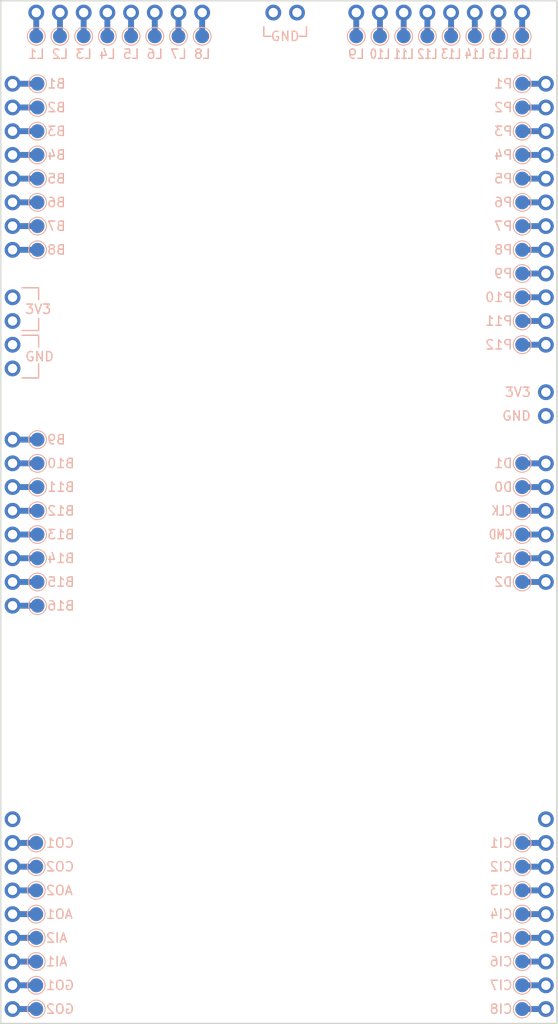
<source format=kicad_pcb>
(kicad_pcb (version 20171130) (host pcbnew "(5.1.9-0-10_14)")

  (general
    (thickness 1.6)
    (drawings 27)
    (tracks 66)
    (zones 0)
    (modules 77)
    (nets 69)
  )

  (page A4)
  (layers
    (0 F.Cu signal)
    (31 B.Cu signal)
    (32 B.Adhes user)
    (33 F.Adhes user)
    (34 B.Paste user)
    (35 F.Paste user)
    (36 B.SilkS user)
    (37 F.SilkS user)
    (38 B.Mask user)
    (39 F.Mask user)
    (40 Dwgs.User user)
    (41 Cmts.User user)
    (42 Eco1.User user)
    (43 Eco2.User user)
    (44 Edge.Cuts user)
    (45 Margin user)
    (46 B.CrtYd user hide)
    (47 F.CrtYd user hide)
    (48 B.Fab user hide)
    (49 F.Fab user hide)
  )

  (setup
    (last_trace_width 0.1524)
    (user_trace_width 0.1524)
    (user_trace_width 0.254)
    (user_trace_width 0.4064)
    (user_trace_width 0.635)
    (trace_clearance 0.1524)
    (zone_clearance 0.508)
    (zone_45_only no)
    (trace_min 0.1524)
    (via_size 0.6858)
    (via_drill 0.3048)
    (via_min_size 0.6858)
    (via_min_drill 0.3048)
    (uvia_size 0.3048)
    (uvia_drill 0.1524)
    (uvias_allowed no)
    (uvia_min_size 0.2)
    (uvia_min_drill 0.1)
    (edge_width 0.15)
    (segment_width 0.15)
    (pcb_text_width 0.3)
    (pcb_text_size 1.5 1.5)
    (mod_edge_width 0.15)
    (mod_text_size 1 1)
    (mod_text_width 0.15)
    (pad_size 1.7 1.7)
    (pad_drill 1)
    (pad_to_mask_clearance 0.2)
    (aux_axis_origin 0 0)
    (grid_origin 0.5 9.5)
    (visible_elements FFFFFF7F)
    (pcbplotparams
      (layerselection 0x010fc_ffffffff)
      (usegerberextensions false)
      (usegerberattributes false)
      (usegerberadvancedattributes false)
      (creategerberjobfile false)
      (excludeedgelayer true)
      (linewidth 0.100000)
      (plotframeref false)
      (viasonmask false)
      (mode 1)
      (useauxorigin false)
      (hpglpennumber 1)
      (hpglpenspeed 20)
      (hpglpendiameter 15.000000)
      (psnegative false)
      (psa4output false)
      (plotreference true)
      (plotvalue true)
      (plotinvisibletext false)
      (padsonsilk false)
      (subtractmaskfromsilk false)
      (outputformat 1)
      (mirror false)
      (drillshape 1)
      (scaleselection 1)
      (outputdirectory ""))
  )

  (net 0 "")
  (net 1 GND)
  (net 2 +3V3)
  (net 3 "Net-(AI1-Pad1)")
  (net 4 "Net-(AI2-Pad1)")
  (net 5 "Net-(AO1-Pad1)")
  (net 6 "Net-(AO2-Pad1)")
  (net 7 "Net-(B1-Pad1)")
  (net 8 "Net-(B2-Pad1)")
  (net 9 "Net-(B3-Pad1)")
  (net 10 "Net-(B4-Pad1)")
  (net 11 "Net-(B5-Pad1)")
  (net 12 "Net-(B6-Pad1)")
  (net 13 "Net-(B7-Pad1)")
  (net 14 "Net-(B8-Pad1)")
  (net 15 "Net-(B9-Pad1)")
  (net 16 "Net-(B10-Pad1)")
  (net 17 "Net-(B11-Pad1)")
  (net 18 "Net-(B12-Pad1)")
  (net 19 "Net-(B13-Pad1)")
  (net 20 "Net-(B14-Pad1)")
  (net 21 "Net-(B15-Pad1)")
  (net 22 "Net-(B16-Pad1)")
  (net 23 "Net-(CI1-Pad1)")
  (net 24 "Net-(CI2-Pad1)")
  (net 25 "Net-(CI3-Pad1)")
  (net 26 "Net-(CI4-Pad1)")
  (net 27 "Net-(CI5-Pad1)")
  (net 28 "Net-(CI6-Pad1)")
  (net 29 "Net-(CI7-Pad1)")
  (net 30 "Net-(CI8-Pad1)")
  (net 31 "Net-(CO1-Pad1)")
  (net 32 "Net-(CO2-Pad1)")
  (net 33 "Net-(GO1-Pad1)")
  (net 34 "Net-(GO2-Pad1)")
  (net 35 "Net-(L1-Pad1)")
  (net 36 "Net-(L2-Pad1)")
  (net 37 "Net-(L3-Pad1)")
  (net 38 "Net-(L4-Pad1)")
  (net 39 "Net-(L5-Pad1)")
  (net 40 "Net-(L6-Pad1)")
  (net 41 "Net-(L7-Pad1)")
  (net 42 "Net-(L8-Pad1)")
  (net 43 "Net-(L9-Pad1)")
  (net 44 "Net-(L10-Pad1)")
  (net 45 "Net-(L11-Pad1)")
  (net 46 "Net-(L12-Pad1)")
  (net 47 "Net-(L13-Pad1)")
  (net 48 "Net-(L14-Pad1)")
  (net 49 "Net-(L15-Pad1)")
  (net 50 "Net-(L16-Pad1)")
  (net 51 "Net-(P1-Pad1)")
  (net 52 "Net-(P2-Pad1)")
  (net 53 "Net-(P3-Pad1)")
  (net 54 "Net-(P4-Pad1)")
  (net 55 "Net-(P5-Pad1)")
  (net 56 "Net-(P6-Pad1)")
  (net 57 "Net-(P7-Pad1)")
  (net 58 "Net-(P8-Pad1)")
  (net 59 "Net-(P9-Pad1)")
  (net 60 "Net-(P10-Pad1)")
  (net 61 "Net-(P11-Pad1)")
  (net 62 "Net-(P12-Pad1)")
  (net 63 "Net-(SDCLK1-Pad1)")
  (net 64 "Net-(SDCMD1-Pad1)")
  (net 65 "Net-(SDD0-Pad1)")
  (net 66 "Net-(SDD1-Pad1)")
  (net 67 "Net-(SDD2-Pad1)")
  (net 68 "Net-(SDD3-Pad1)")

  (net_class Default "This is the default net class."
    (clearance 0.1524)
    (trace_width 0.1524)
    (via_dia 0.6858)
    (via_drill 0.3048)
    (uvia_dia 0.3048)
    (uvia_drill 0.1524)
    (diff_pair_width 0.1524)
    (diff_pair_gap 0.1524)
    (add_net +3V3)
    (add_net GND)
    (add_net "Net-(AI1-Pad1)")
    (add_net "Net-(AI2-Pad1)")
    (add_net "Net-(AO1-Pad1)")
    (add_net "Net-(AO2-Pad1)")
    (add_net "Net-(B1-Pad1)")
    (add_net "Net-(B10-Pad1)")
    (add_net "Net-(B11-Pad1)")
    (add_net "Net-(B12-Pad1)")
    (add_net "Net-(B13-Pad1)")
    (add_net "Net-(B14-Pad1)")
    (add_net "Net-(B15-Pad1)")
    (add_net "Net-(B16-Pad1)")
    (add_net "Net-(B2-Pad1)")
    (add_net "Net-(B3-Pad1)")
    (add_net "Net-(B4-Pad1)")
    (add_net "Net-(B5-Pad1)")
    (add_net "Net-(B6-Pad1)")
    (add_net "Net-(B7-Pad1)")
    (add_net "Net-(B8-Pad1)")
    (add_net "Net-(B9-Pad1)")
    (add_net "Net-(CI1-Pad1)")
    (add_net "Net-(CI2-Pad1)")
    (add_net "Net-(CI3-Pad1)")
    (add_net "Net-(CI4-Pad1)")
    (add_net "Net-(CI5-Pad1)")
    (add_net "Net-(CI6-Pad1)")
    (add_net "Net-(CI7-Pad1)")
    (add_net "Net-(CI8-Pad1)")
    (add_net "Net-(CO1-Pad1)")
    (add_net "Net-(CO2-Pad1)")
    (add_net "Net-(GO1-Pad1)")
    (add_net "Net-(GO2-Pad1)")
    (add_net "Net-(L1-Pad1)")
    (add_net "Net-(L10-Pad1)")
    (add_net "Net-(L11-Pad1)")
    (add_net "Net-(L12-Pad1)")
    (add_net "Net-(L13-Pad1)")
    (add_net "Net-(L14-Pad1)")
    (add_net "Net-(L15-Pad1)")
    (add_net "Net-(L16-Pad1)")
    (add_net "Net-(L2-Pad1)")
    (add_net "Net-(L3-Pad1)")
    (add_net "Net-(L4-Pad1)")
    (add_net "Net-(L5-Pad1)")
    (add_net "Net-(L6-Pad1)")
    (add_net "Net-(L7-Pad1)")
    (add_net "Net-(L8-Pad1)")
    (add_net "Net-(L9-Pad1)")
    (add_net "Net-(P1-Pad1)")
    (add_net "Net-(P10-Pad1)")
    (add_net "Net-(P11-Pad1)")
    (add_net "Net-(P12-Pad1)")
    (add_net "Net-(P2-Pad1)")
    (add_net "Net-(P3-Pad1)")
    (add_net "Net-(P4-Pad1)")
    (add_net "Net-(P5-Pad1)")
    (add_net "Net-(P6-Pad1)")
    (add_net "Net-(P7-Pad1)")
    (add_net "Net-(P8-Pad1)")
    (add_net "Net-(P9-Pad1)")
    (add_net "Net-(SDCLK1-Pad1)")
    (add_net "Net-(SDCMD1-Pad1)")
    (add_net "Net-(SDD0-Pad1)")
    (add_net "Net-(SDD1-Pad1)")
    (add_net "Net-(SDD2-Pad1)")
    (add_net "Net-(SDD3-Pad1)")
  )

  (module Connector_PinHeader_2.54mm:PinHeader_1x09_P2.54mm_Vertical (layer B.Cu) (tedit 620E300A) (tstamp 60D5AD62)
    (at 58.92 97.13 180)
    (descr "Through hole straight pin header, 1x09, 2.54mm pitch, single row")
    (tags "Through hole pin header THT 1x09 2.54mm single row")
    (path /60DCE168)
    (fp_text reference ZZ2 (at 0 2.33) (layer B.SilkS) hide
      (effects (font (size 1 1) (thickness 0.15)) (justify mirror))
    )
    (fp_text value CIX (at 0 -22.65) (layer B.Fab)
      (effects (font (size 1 1) (thickness 0.15)) (justify mirror))
    )
    (fp_line (start -1.27 0.635) (end -0.635 1.27) (layer B.Fab) (width 0.1))
    (fp_line (start -1.27 -21.59) (end -1.27 0.635) (layer B.Fab) (width 0.1))
    (fp_line (start 1.27 -21.59) (end -1.27 -21.59) (layer B.Fab) (width 0.1))
    (fp_line (start 1.27 1.27) (end 1.27 -21.59) (layer B.Fab) (width 0.1))
    (fp_line (start -0.635 1.27) (end 1.27 1.27) (layer B.Fab) (width 0.1))
    (fp_text user %R (at 0 -10.16 270) (layer B.Fab)
      (effects (font (size 1 1) (thickness 0.15)) (justify mirror))
    )
    (pad 1 thru_hole oval (at 0 0 180) (size 1.7 1.7) (drill 1) (layers *.Cu *.Mask)
      (net 1 GND))
    (pad 2 thru_hole oval (at 0 -2.54 180) (size 1.7 1.7) (drill 1) (layers *.Cu *.Mask)
      (net 23 "Net-(CI1-Pad1)"))
    (pad 3 thru_hole oval (at 0 -5.08 180) (size 1.7 1.7) (drill 1) (layers *.Cu *.Mask)
      (net 24 "Net-(CI2-Pad1)"))
    (pad 4 thru_hole oval (at 0 -7.62 180) (size 1.7 1.7) (drill 1) (layers *.Cu *.Mask)
      (net 25 "Net-(CI3-Pad1)"))
    (pad 5 thru_hole oval (at 0 -10.16 180) (size 1.7 1.7) (drill 1) (layers *.Cu *.Mask)
      (net 26 "Net-(CI4-Pad1)"))
    (pad 6 thru_hole oval (at 0 -12.7 180) (size 1.7 1.7) (drill 1) (layers *.Cu *.Mask)
      (net 27 "Net-(CI5-Pad1)"))
    (pad 7 thru_hole oval (at 0 -15.24 180) (size 1.7 1.7) (drill 1) (layers *.Cu *.Mask)
      (net 28 "Net-(CI6-Pad1)"))
    (pad 8 thru_hole oval (at 0 -17.78 180) (size 1.7 1.7) (drill 1) (layers *.Cu *.Mask)
      (net 29 "Net-(CI7-Pad1)"))
    (pad 9 thru_hole oval (at 0 -20.32 180) (size 1.7 1.7) (drill 1) (layers *.Cu *.Mask)
      (net 30 "Net-(CI8-Pad1)"))
    (model ${KISYS3DMOD}/Connector_PinHeader_2.54mm.3dshapes/PinHeader_1x09_P2.54mm_Vertical.wrl
      (at (xyz 0 0 0))
      (scale (xyz 1 1 1))
      (rotate (xyz 0 0 0))
    )
  )

  (module Connector_PinHeader_2.54mm:PinHeader_1x09_P2.54mm_Vertical (layer B.Cu) (tedit 620E2FFD) (tstamp 60D5ADB7)
    (at 1.77 97.13 180)
    (descr "Through hole straight pin header, 1x09, 2.54mm pitch, single row")
    (tags "Through hole pin header THT 1x09 2.54mm single row")
    (path /60DD41EB)
    (fp_text reference ZZ5 (at 0 2.33) (layer B.SilkS) hide
      (effects (font (size 1 1) (thickness 0.15)) (justify mirror))
    )
    (fp_text value ANALOG (at 0 -22.65) (layer B.Fab)
      (effects (font (size 1 1) (thickness 0.15)) (justify mirror))
    )
    (fp_line (start -0.635 1.27) (end 1.27 1.27) (layer B.Fab) (width 0.1))
    (fp_line (start 1.27 1.27) (end 1.27 -21.59) (layer B.Fab) (width 0.1))
    (fp_line (start 1.27 -21.59) (end -1.27 -21.59) (layer B.Fab) (width 0.1))
    (fp_line (start -1.27 -21.59) (end -1.27 0.635) (layer B.Fab) (width 0.1))
    (fp_line (start -1.27 0.635) (end -0.635 1.27) (layer B.Fab) (width 0.1))
    (fp_text user %R (at 0 -10.16 270) (layer B.Fab)
      (effects (font (size 1 1) (thickness 0.15)) (justify mirror))
    )
    (pad 9 thru_hole oval (at 0 -20.32 180) (size 1.7 1.7) (drill 1) (layers *.Cu *.Mask)
      (net 34 "Net-(GO2-Pad1)"))
    (pad 8 thru_hole oval (at 0 -17.78 180) (size 1.7 1.7) (drill 1) (layers *.Cu *.Mask)
      (net 33 "Net-(GO1-Pad1)"))
    (pad 7 thru_hole oval (at 0 -15.24 180) (size 1.7 1.7) (drill 1) (layers *.Cu *.Mask)
      (net 3 "Net-(AI1-Pad1)"))
    (pad 6 thru_hole oval (at 0 -12.7 180) (size 1.7 1.7) (drill 1) (layers *.Cu *.Mask)
      (net 4 "Net-(AI2-Pad1)"))
    (pad 5 thru_hole oval (at 0 -10.16 180) (size 1.7 1.7) (drill 1) (layers *.Cu *.Mask)
      (net 5 "Net-(AO1-Pad1)"))
    (pad 4 thru_hole oval (at 0 -7.62 180) (size 1.7 1.7) (drill 1) (layers *.Cu *.Mask)
      (net 6 "Net-(AO2-Pad1)"))
    (pad 3 thru_hole oval (at 0 -5.08 180) (size 1.7 1.7) (drill 1) (layers *.Cu *.Mask)
      (net 32 "Net-(CO2-Pad1)"))
    (pad 2 thru_hole oval (at 0 -2.54 180) (size 1.7 1.7) (drill 1) (layers *.Cu *.Mask)
      (net 31 "Net-(CO1-Pad1)"))
    (pad 1 thru_hole oval (at 0 0 180) (size 1.7 1.7) (drill 1) (layers *.Cu *.Mask)
      (net 1 GND))
    (model ${KISYS3DMOD}/Connector_PinHeader_2.54mm.3dshapes/PinHeader_1x09_P2.54mm_Vertical.wrl
      (at (xyz 0 0 0))
      (scale (xyz 1 1 1))
      (rotate (xyz 0 0 0))
    )
  )

  (module Connector_PinHeader_2.54mm:PinHeader_1x06_P2.54mm_Vertical (layer B.Cu) (tedit 620E2FE3) (tstamp 60D5AE35)
    (at 58.92 59.03 180)
    (descr "Through hole straight pin header, 1x06, 2.54mm pitch, single row")
    (tags "Through hole pin header THT 1x06 2.54mm single row")
    (path /60D8CDA0)
    (fp_text reference ZZ10 (at 0 2.33) (layer B.SilkS) hide
      (effects (font (size 1 1) (thickness 0.15)) (justify mirror))
    )
    (fp_text value SD (at 0 -15.03) (layer B.Fab)
      (effects (font (size 1 1) (thickness 0.15)) (justify mirror))
    )
    (fp_line (start -1.27 0.635) (end -0.635 1.27) (layer B.Fab) (width 0.1))
    (fp_line (start -1.27 -13.97) (end -1.27 0.635) (layer B.Fab) (width 0.1))
    (fp_line (start 1.27 -13.97) (end -1.27 -13.97) (layer B.Fab) (width 0.1))
    (fp_line (start 1.27 1.27) (end 1.27 -13.97) (layer B.Fab) (width 0.1))
    (fp_line (start -0.635 1.27) (end 1.27 1.27) (layer B.Fab) (width 0.1))
    (fp_text user %R (at 0 -6.35 270) (layer B.Fab)
      (effects (font (size 1 1) (thickness 0.15)) (justify mirror))
    )
    (pad 1 thru_hole oval (at 0 0 180) (size 1.7 1.7) (drill 1) (layers *.Cu *.Mask)
      (net 66 "Net-(SDD1-Pad1)"))
    (pad 2 thru_hole oval (at 0 -2.54 180) (size 1.7 1.7) (drill 1) (layers *.Cu *.Mask)
      (net 65 "Net-(SDD0-Pad1)"))
    (pad 3 thru_hole oval (at 0 -5.08 180) (size 1.7 1.7) (drill 1) (layers *.Cu *.Mask)
      (net 63 "Net-(SDCLK1-Pad1)"))
    (pad 4 thru_hole oval (at 0 -7.62 180) (size 1.7 1.7) (drill 1) (layers *.Cu *.Mask)
      (net 64 "Net-(SDCMD1-Pad1)"))
    (pad 5 thru_hole oval (at 0 -10.16 180) (size 1.7 1.7) (drill 1) (layers *.Cu *.Mask)
      (net 68 "Net-(SDD3-Pad1)"))
    (pad 6 thru_hole oval (at 0 -12.7 180) (size 1.7 1.7) (drill 1) (layers *.Cu *.Mask)
      (net 67 "Net-(SDD2-Pad1)"))
    (model ${KISYS3DMOD}/Connector_PinHeader_2.54mm.3dshapes/PinHeader_1x06_P2.54mm_Vertical.wrl
      (at (xyz 0 0 0))
      (scale (xyz 1 1 1))
      (rotate (xyz 0 0 0))
    )
  )

  (module Connector_PinHeader_2.54mm:PinHeader_1x08_P2.54mm_Vertical (layer B.Cu) (tedit 620E2FD1) (tstamp 60D5ADEB)
    (at 1.77 56.49 180)
    (descr "Through hole straight pin header, 1x08, 2.54mm pitch, single row")
    (tags "Through hole pin header THT 1x08 2.54mm single row")
    (path /60DBBB75)
    (fp_text reference ZZ7 (at 0 2.33) (layer B.SilkS) hide
      (effects (font (size 1 1) (thickness 0.15)) (justify mirror))
    )
    (fp_text value BX (at 0 -20.11) (layer B.Fab)
      (effects (font (size 1 1) (thickness 0.15)) (justify mirror))
    )
    (fp_line (start -1.27 0.635) (end -0.635 1.27) (layer B.Fab) (width 0.1))
    (fp_line (start -1.27 -19.05) (end -1.27 0.635) (layer B.Fab) (width 0.1))
    (fp_line (start 1.27 -19.05) (end -1.27 -19.05) (layer B.Fab) (width 0.1))
    (fp_line (start 1.27 1.27) (end 1.27 -19.05) (layer B.Fab) (width 0.1))
    (fp_line (start -0.635 1.27) (end 1.27 1.27) (layer B.Fab) (width 0.1))
    (fp_text user %R (at 0 -8.89 270) (layer B.Fab)
      (effects (font (size 1 1) (thickness 0.15)) (justify mirror))
    )
    (pad 1 thru_hole oval (at 0 0 180) (size 1.7 1.7) (drill 1) (layers *.Cu *.Mask)
      (net 15 "Net-(B9-Pad1)"))
    (pad 2 thru_hole oval (at 0 -2.54 180) (size 1.7 1.7) (drill 1) (layers *.Cu *.Mask)
      (net 16 "Net-(B10-Pad1)"))
    (pad 3 thru_hole oval (at 0 -5.08 180) (size 1.7 1.7) (drill 1) (layers *.Cu *.Mask)
      (net 17 "Net-(B11-Pad1)"))
    (pad 4 thru_hole oval (at 0 -7.62 180) (size 1.7 1.7) (drill 1) (layers *.Cu *.Mask)
      (net 18 "Net-(B12-Pad1)"))
    (pad 5 thru_hole oval (at 0 -10.16 180) (size 1.7 1.7) (drill 1) (layers *.Cu *.Mask)
      (net 19 "Net-(B13-Pad1)"))
    (pad 6 thru_hole oval (at 0 -12.7 180) (size 1.7 1.7) (drill 1) (layers *.Cu *.Mask)
      (net 20 "Net-(B14-Pad1)"))
    (pad 7 thru_hole oval (at 0 -15.24 180) (size 1.7 1.7) (drill 1) (layers *.Cu *.Mask)
      (net 21 "Net-(B15-Pad1)"))
    (pad 8 thru_hole oval (at 0 -17.78 180) (size 1.7 1.7) (drill 1) (layers *.Cu *.Mask)
      (net 22 "Net-(B16-Pad1)"))
    (model ${KISYS3DMOD}/Connector_PinHeader_2.54mm.3dshapes/PinHeader_1x08_P2.54mm_Vertical.wrl
      (at (xyz 0 0 0))
      (scale (xyz 1 1 1))
      (rotate (xyz 0 0 0))
    )
  )

  (module Connector_PinHeader_2.54mm:PinHeader_1x02_P2.54mm_Vertical (layer B.Cu) (tedit 620E2FC4) (tstamp 61621B6D)
    (at 58.92 51.41 180)
    (descr "Through hole straight pin header, 1x02, 2.54mm pitch, single row")
    (tags "Through hole pin header THT 1x02 2.54mm single row")
    (path /61622A1C)
    (fp_text reference J9 (at 0 2.33) (layer B.SilkS) hide
      (effects (font (size 1 1) (thickness 0.15)) (justify mirror))
    )
    (fp_text value POWER1 (at 0 -4.87) (layer B.Fab)
      (effects (font (size 1 1) (thickness 0.15)) (justify mirror))
    )
    (fp_line (start -0.635 1.27) (end 1.27 1.27) (layer B.Fab) (width 0.1))
    (fp_line (start 1.27 1.27) (end 1.27 -3.81) (layer B.Fab) (width 0.1))
    (fp_line (start 1.27 -3.81) (end -1.27 -3.81) (layer B.Fab) (width 0.1))
    (fp_line (start -1.27 -3.81) (end -1.27 0.635) (layer B.Fab) (width 0.1))
    (fp_line (start -1.27 0.635) (end -0.635 1.27) (layer B.Fab) (width 0.1))
    (fp_text user %R (at 0 -1.27 270) (layer B.Fab)
      (effects (font (size 1 1) (thickness 0.15)) (justify mirror))
    )
    (pad 1 thru_hole oval (at 0 0 180) (size 1.7 1.7) (drill 1) (layers *.Cu *.Mask)
      (net 2 +3V3))
    (pad 2 thru_hole oval (at 0 -2.54 180) (size 1.7 1.7) (drill 1) (layers *.Cu *.Mask)
      (net 1 GND))
    (model ${KISYS3DMOD}/Connector_PinHeader_2.54mm.3dshapes/PinHeader_1x02_P2.54mm_Vertical.wrl
      (at (xyz 0 0 0))
      (scale (xyz 1 1 1))
      (rotate (xyz 0 0 0))
    )
  )

  (module Connector_PinHeader_2.54mm:PinHeader_1x04_P2.54mm_Vertical (layer B.Cu) (tedit 620E2FAA) (tstamp 60D5ADCF)
    (at 1.77 41.25 180)
    (descr "Through hole straight pin header, 1x04, 2.54mm pitch, single row")
    (tags "Through hole pin header THT 1x04 2.54mm single row")
    (path /60DB7DCE)
    (fp_text reference J6 (at 0 2.33) (layer B.SilkS) hide
      (effects (font (size 1 1) (thickness 0.15)) (justify mirror))
    )
    (fp_text value POWER2 (at 0 -9.95) (layer B.Fab)
      (effects (font (size 1 1) (thickness 0.15)) (justify mirror))
    )
    (fp_line (start -1.27 0.635) (end -0.635 1.27) (layer B.Fab) (width 0.1))
    (fp_line (start -1.27 -8.89) (end -1.27 0.635) (layer B.Fab) (width 0.1))
    (fp_line (start 1.27 -8.89) (end -1.27 -8.89) (layer B.Fab) (width 0.1))
    (fp_line (start 1.27 1.27) (end 1.27 -8.89) (layer B.Fab) (width 0.1))
    (fp_line (start -0.635 1.27) (end 1.27 1.27) (layer B.Fab) (width 0.1))
    (fp_text user %R (at 0 -3.81 270) (layer B.Fab)
      (effects (font (size 1 1) (thickness 0.15)) (justify mirror))
    )
    (pad 1 thru_hole oval (at 0 0 180) (size 1.7 1.7) (drill 1) (layers *.Cu *.Mask)
      (net 2 +3V3))
    (pad 2 thru_hole oval (at 0 -2.54 180) (size 1.7 1.7) (drill 1) (layers *.Cu *.Mask)
      (net 2 +3V3))
    (pad 3 thru_hole oval (at 0 -5.08 180) (size 1.7 1.7) (drill 1) (layers *.Cu *.Mask)
      (net 1 GND))
    (pad 4 thru_hole oval (at 0 -7.62 180) (size 1.7 1.7) (drill 1) (layers *.Cu *.Mask)
      (net 1 GND))
    (model ${KISYS3DMOD}/Connector_PinHeader_2.54mm.3dshapes/PinHeader_1x04_P2.54mm_Vertical.wrl
      (at (xyz 0 0 0))
      (scale (xyz 1 1 1))
      (rotate (xyz 0 0 0))
    )
  )

  (module Connector_PinHeader_2.54mm:PinHeader_1x12_P2.54mm_Vertical (layer B.Cu) (tedit 620E2F96) (tstamp 61B64D46)
    (at 58.92 18.39 180)
    (descr "Through hole straight pin header, 1x12, 2.54mm pitch, single row")
    (tags "Through hole pin header THT 1x12 2.54mm single row")
    (path /60D5BC2E)
    (fp_text reference ZZ1 (at 0 2.33) (layer B.SilkS) hide
      (effects (font (size 1 1) (thickness 0.15)) (justify mirror))
    )
    (fp_text value PX (at 0 -30.27) (layer B.Fab)
      (effects (font (size 1 1) (thickness 0.15)) (justify mirror))
    )
    (fp_line (start -1.27 0.635) (end -0.635 1.27) (layer B.Fab) (width 0.1))
    (fp_line (start -1.27 -29.21) (end -1.27 0.635) (layer B.Fab) (width 0.1))
    (fp_line (start 1.27 -29.21) (end -1.27 -29.21) (layer B.Fab) (width 0.1))
    (fp_line (start 1.27 1.27) (end 1.27 -29.21) (layer B.Fab) (width 0.1))
    (fp_line (start -0.635 1.27) (end 1.27 1.27) (layer B.Fab) (width 0.1))
    (fp_text user %R (at 0 -13.97 270) (layer B.Fab)
      (effects (font (size 1 1) (thickness 0.15)) (justify mirror))
    )
    (pad 1 thru_hole oval (at 0 0 180) (size 1.7 1.7) (drill 1) (layers *.Cu *.Mask)
      (net 51 "Net-(P1-Pad1)"))
    (pad 2 thru_hole oval (at 0 -2.54 180) (size 1.7 1.7) (drill 1) (layers *.Cu *.Mask)
      (net 52 "Net-(P2-Pad1)"))
    (pad 3 thru_hole oval (at 0 -5.08 180) (size 1.7 1.7) (drill 1) (layers *.Cu *.Mask)
      (net 53 "Net-(P3-Pad1)"))
    (pad 4 thru_hole oval (at 0 -7.62 180) (size 1.7 1.7) (drill 1) (layers *.Cu *.Mask)
      (net 54 "Net-(P4-Pad1)"))
    (pad 5 thru_hole oval (at 0 -10.16 180) (size 1.7 1.7) (drill 1) (layers *.Cu *.Mask)
      (net 55 "Net-(P5-Pad1)"))
    (pad 6 thru_hole oval (at 0 -12.7 180) (size 1.7 1.7) (drill 1) (layers *.Cu *.Mask)
      (net 56 "Net-(P6-Pad1)"))
    (pad 7 thru_hole oval (at 0 -15.24 180) (size 1.7 1.7) (drill 1) (layers *.Cu *.Mask)
      (net 57 "Net-(P7-Pad1)"))
    (pad 8 thru_hole oval (at 0 -17.78 180) (size 1.7 1.7) (drill 1) (layers *.Cu *.Mask)
      (net 58 "Net-(P8-Pad1)"))
    (pad 9 thru_hole oval (at 0 -20.32 180) (size 1.7 1.7) (drill 1) (layers *.Cu *.Mask)
      (net 59 "Net-(P9-Pad1)"))
    (pad 10 thru_hole oval (at 0 -22.86 180) (size 1.7 1.7) (drill 1) (layers *.Cu *.Mask)
      (net 60 "Net-(P10-Pad1)"))
    (pad 11 thru_hole oval (at 0 -25.4 180) (size 1.7 1.7) (drill 1) (layers *.Cu *.Mask)
      (net 61 "Net-(P11-Pad1)"))
    (pad 12 thru_hole oval (at 0 -27.94 180) (size 1.7 1.7) (drill 1) (layers *.Cu *.Mask)
      (net 62 "Net-(P12-Pad1)"))
    (model ${KISYS3DMOD}/Connector_PinHeader_2.54mm.3dshapes/PinHeader_1x12_P2.54mm_Vertical.wrl
      (at (xyz 0 0 0))
      (scale (xyz 1 1 1))
      (rotate (xyz 0 0 0))
    )
  )

  (module Connector_PinHeader_2.54mm:PinHeader_1x08_P2.54mm_Vertical (layer B.Cu) (tedit 620E2F88) (tstamp 60D5AE67)
    (at 38.6 10.77 270)
    (descr "Through hole straight pin header, 1x08, 2.54mm pitch, single row")
    (tags "Through hole pin header THT 1x08 2.54mm single row")
    (path /60D9C1B6)
    (fp_text reference ZZ12 (at 0 2.33 270) (layer B.SilkS) hide
      (effects (font (size 1 1) (thickness 0.15)) (justify mirror))
    )
    (fp_text value LX (at 0 -20.11 270) (layer B.Fab)
      (effects (font (size 1 1) (thickness 0.15)) (justify mirror))
    )
    (fp_line (start -1.27 0.635) (end -0.635 1.27) (layer B.Fab) (width 0.1))
    (fp_line (start -1.27 -19.05) (end -1.27 0.635) (layer B.Fab) (width 0.1))
    (fp_line (start 1.27 -19.05) (end -1.27 -19.05) (layer B.Fab) (width 0.1))
    (fp_line (start 1.27 1.27) (end 1.27 -19.05) (layer B.Fab) (width 0.1))
    (fp_line (start -0.635 1.27) (end 1.27 1.27) (layer B.Fab) (width 0.1))
    (fp_text user %R (at 0 -8.89) (layer B.Fab)
      (effects (font (size 1 1) (thickness 0.15)) (justify mirror))
    )
    (pad 1 thru_hole oval (at 0 0 270) (size 1.7 1.7) (drill 1) (layers *.Cu *.Mask)
      (net 43 "Net-(L9-Pad1)"))
    (pad 2 thru_hole oval (at 0 -2.54 270) (size 1.7 1.7) (drill 1) (layers *.Cu *.Mask)
      (net 44 "Net-(L10-Pad1)"))
    (pad 3 thru_hole oval (at 0 -5.08 270) (size 1.7 1.7) (drill 1) (layers *.Cu *.Mask)
      (net 45 "Net-(L11-Pad1)"))
    (pad 4 thru_hole oval (at 0 -7.62 270) (size 1.7 1.7) (drill 1) (layers *.Cu *.Mask)
      (net 46 "Net-(L12-Pad1)"))
    (pad 5 thru_hole oval (at 0 -10.16 270) (size 1.7 1.7) (drill 1) (layers *.Cu *.Mask)
      (net 47 "Net-(L13-Pad1)"))
    (pad 6 thru_hole oval (at 0 -12.7 270) (size 1.7 1.7) (drill 1) (layers *.Cu *.Mask)
      (net 48 "Net-(L14-Pad1)"))
    (pad 7 thru_hole oval (at 0 -15.24 270) (size 1.7 1.7) (drill 1) (layers *.Cu *.Mask)
      (net 49 "Net-(L15-Pad1)"))
    (pad 8 thru_hole oval (at 0 -17.78 270) (size 1.7 1.7) (drill 1) (layers *.Cu *.Mask)
      (net 50 "Net-(L16-Pad1)"))
    (model ${KISYS3DMOD}/Connector_PinHeader_2.54mm.3dshapes/PinHeader_1x08_P2.54mm_Vertical.wrl
      (at (xyz 0 0 0))
      (scale (xyz 1 1 1))
      (rotate (xyz 0 0 0))
    )
  )

  (module Connector_PinHeader_2.54mm:PinHeader_1x02_P2.54mm_Vertical (layer B.Cu) (tedit 620E2F71) (tstamp 60D5AE4B)
    (at 29.71 10.77 270)
    (descr "Through hole straight pin header, 1x02, 2.54mm pitch, single row")
    (tags "Through hole pin header THT 1x02 2.54mm single row")
    (path /60DAA61D)
    (fp_text reference J11 (at 0 2.33 270) (layer B.SilkS) hide
      (effects (font (size 1 1) (thickness 0.15)) (justify mirror))
    )
    (fp_text value GND (at 0 -4.87 270) (layer B.Fab)
      (effects (font (size 1 1) (thickness 0.15)) (justify mirror))
    )
    (fp_line (start -1.27 0.635) (end -0.635 1.27) (layer B.Fab) (width 0.1))
    (fp_line (start -1.27 -3.81) (end -1.27 0.635) (layer B.Fab) (width 0.1))
    (fp_line (start 1.27 -3.81) (end -1.27 -3.81) (layer B.Fab) (width 0.1))
    (fp_line (start 1.27 1.27) (end 1.27 -3.81) (layer B.Fab) (width 0.1))
    (fp_line (start -0.635 1.27) (end 1.27 1.27) (layer B.Fab) (width 0.1))
    (fp_text user %R (at 0 -1.27) (layer B.Fab)
      (effects (font (size 1 1) (thickness 0.15)) (justify mirror))
    )
    (pad 1 thru_hole oval (at 0 0 270) (size 1.7 1.7) (drill 1) (layers *.Cu *.Mask)
      (net 1 GND))
    (pad 2 thru_hole oval (at 0 -2.54 270) (size 1.7 1.7) (drill 1) (layers *.Cu *.Mask)
      (net 1 GND))
    (model ${KISYS3DMOD}/Connector_PinHeader_2.54mm.3dshapes/PinHeader_1x02_P2.54mm_Vertical.wrl
      (at (xyz 0 0 0))
      (scale (xyz 1 1 1))
      (rotate (xyz 0 0 0))
    )
  )

  (module Connector_PinHeader_2.54mm:PinHeader_1x08_P2.54mm_Vertical (layer B.Cu) (tedit 620E2F64) (tstamp 60D5AD9A)
    (at 4.31 10.77 270)
    (descr "Through hole straight pin header, 1x08, 2.54mm pitch, single row")
    (tags "Through hole pin header THT 1x08 2.54mm single row")
    (path /60D92664)
    (fp_text reference ZZ4 (at 0 2.33 270) (layer B.SilkS) hide
      (effects (font (size 1 1) (thickness 0.15)) (justify mirror))
    )
    (fp_text value LX (at 0 -20.11 270) (layer B.Fab)
      (effects (font (size 1 1) (thickness 0.15)) (justify mirror))
    )
    (fp_line (start -0.635 1.27) (end 1.27 1.27) (layer B.Fab) (width 0.1))
    (fp_line (start 1.27 1.27) (end 1.27 -19.05) (layer B.Fab) (width 0.1))
    (fp_line (start 1.27 -19.05) (end -1.27 -19.05) (layer B.Fab) (width 0.1))
    (fp_line (start -1.27 -19.05) (end -1.27 0.635) (layer B.Fab) (width 0.1))
    (fp_line (start -1.27 0.635) (end -0.635 1.27) (layer B.Fab) (width 0.1))
    (fp_text user %R (at 0 -8.89) (layer B.Fab)
      (effects (font (size 1 1) (thickness 0.15)) (justify mirror))
    )
    (pad 8 thru_hole oval (at 0 -17.78 270) (size 1.7 1.7) (drill 1) (layers *.Cu *.Mask)
      (net 42 "Net-(L8-Pad1)"))
    (pad 7 thru_hole oval (at 0 -15.24 270) (size 1.7 1.7) (drill 1) (layers *.Cu *.Mask)
      (net 41 "Net-(L7-Pad1)"))
    (pad 6 thru_hole oval (at 0 -12.7 270) (size 1.7 1.7) (drill 1) (layers *.Cu *.Mask)
      (net 40 "Net-(L6-Pad1)"))
    (pad 5 thru_hole oval (at 0 -10.16 270) (size 1.7 1.7) (drill 1) (layers *.Cu *.Mask)
      (net 39 "Net-(L5-Pad1)"))
    (pad 4 thru_hole oval (at 0 -7.62 270) (size 1.7 1.7) (drill 1) (layers *.Cu *.Mask)
      (net 38 "Net-(L4-Pad1)"))
    (pad 3 thru_hole oval (at 0 -5.08 270) (size 1.7 1.7) (drill 1) (layers *.Cu *.Mask)
      (net 37 "Net-(L3-Pad1)"))
    (pad 2 thru_hole oval (at 0 -2.54 270) (size 1.7 1.7) (drill 1) (layers *.Cu *.Mask)
      (net 36 "Net-(L2-Pad1)"))
    (pad 1 thru_hole oval (at 0 0 270) (size 1.7 1.7) (drill 1) (layers *.Cu *.Mask)
      (net 35 "Net-(L1-Pad1)"))
    (model ${KISYS3DMOD}/Connector_PinHeader_2.54mm.3dshapes/PinHeader_1x08_P2.54mm_Vertical.wrl
      (at (xyz 0 0 0))
      (scale (xyz 1 1 1))
      (rotate (xyz 0 0 0))
    )
  )

  (module Connector_PinHeader_2.54mm:PinHeader_1x08_P2.54mm_Vertical (layer B.Cu) (tedit 620E2F58) (tstamp 60D5AD7E)
    (at 1.77 18.39 180)
    (descr "Through hole straight pin header, 1x08, 2.54mm pitch, single row")
    (tags "Through hole pin header THT 1x08 2.54mm single row")
    (path /60DAC621)
    (fp_text reference ZZ3 (at 0 2.33) (layer B.SilkS) hide
      (effects (font (size 1 1) (thickness 0.15)) (justify mirror))
    )
    (fp_text value BX (at 0 -20.11) (layer B.Fab)
      (effects (font (size 1 1) (thickness 0.15)) (justify mirror))
    )
    (fp_line (start -0.635 1.27) (end 1.27 1.27) (layer B.Fab) (width 0.1))
    (fp_line (start 1.27 1.27) (end 1.27 -19.05) (layer B.Fab) (width 0.1))
    (fp_line (start 1.27 -19.05) (end -1.27 -19.05) (layer B.Fab) (width 0.1))
    (fp_line (start -1.27 -19.05) (end -1.27 0.635) (layer B.Fab) (width 0.1))
    (fp_line (start -1.27 0.635) (end -0.635 1.27) (layer B.Fab) (width 0.1))
    (fp_text user %R (at 0 -8.89 270) (layer B.Fab)
      (effects (font (size 1 1) (thickness 0.15)) (justify mirror))
    )
    (pad 8 thru_hole oval (at 0 -17.78 180) (size 1.7 1.7) (drill 1) (layers *.Cu *.Mask)
      (net 14 "Net-(B8-Pad1)"))
    (pad 7 thru_hole oval (at 0 -15.24 180) (size 1.7 1.7) (drill 1) (layers *.Cu *.Mask)
      (net 13 "Net-(B7-Pad1)"))
    (pad 6 thru_hole oval (at 0 -12.7 180) (size 1.7 1.7) (drill 1) (layers *.Cu *.Mask)
      (net 12 "Net-(B6-Pad1)"))
    (pad 5 thru_hole oval (at 0 -10.16 180) (size 1.7 1.7) (drill 1) (layers *.Cu *.Mask)
      (net 11 "Net-(B5-Pad1)"))
    (pad 4 thru_hole oval (at 0 -7.62 180) (size 1.7 1.7) (drill 1) (layers *.Cu *.Mask)
      (net 10 "Net-(B4-Pad1)"))
    (pad 3 thru_hole oval (at 0 -5.08 180) (size 1.7 1.7) (drill 1) (layers *.Cu *.Mask)
      (net 9 "Net-(B3-Pad1)"))
    (pad 2 thru_hole oval (at 0 -2.54 180) (size 1.7 1.7) (drill 1) (layers *.Cu *.Mask)
      (net 8 "Net-(B2-Pad1)"))
    (pad 1 thru_hole oval (at 0 0 180) (size 1.7 1.7) (drill 1) (layers *.Cu *.Mask)
      (net 7 "Net-(B1-Pad1)"))
    (model ${KISYS3DMOD}/Connector_PinHeader_2.54mm.3dshapes/PinHeader_1x08_P2.54mm_Vertical.wrl
      (at (xyz 0 0 0))
      (scale (xyz 1 1 1))
      (rotate (xyz 0 0 0))
    )
  )

  (module TestPoint:TestPoint_Pad_D1.5mm (layer B.Cu) (tedit 5A0F774F) (tstamp 60B8FEAE)
    (at 56.38 18.39)
    (descr "SMD pad as test Point, diameter 1.5mm")
    (tags "test point SMD pad")
    (path /60B9001E)
    (attr virtual)
    (fp_text reference P1 (at -0.95 0) (layer B.SilkS)
      (effects (font (size 1 1) (thickness 0.15)) (justify left mirror))
    )
    (fp_text value TestPoint (at 0 -1.75) (layer B.Fab)
      (effects (font (size 1 1) (thickness 0.15)) (justify mirror))
    )
    (fp_circle (center 0 0) (end 0 -0.95) (layer B.SilkS) (width 0.12))
    (fp_circle (center 0 0) (end 1.25 0) (layer B.CrtYd) (width 0.05))
    (fp_text user %R (at 0 1.65) (layer B.Fab)
      (effects (font (size 1 1) (thickness 0.15)) (justify mirror))
    )
    (pad 1 smd circle (at 0 0) (size 1.5 1.5) (layers B.Cu B.Mask)
      (net 51 "Net-(P1-Pad1)"))
  )

  (module TestPoint:TestPoint_Pad_D1.5mm (layer B.Cu) (tedit 5A0F774F) (tstamp 60B909A0)
    (at 4.31 112.37 180)
    (descr "SMD pad as test Point, diameter 1.5mm")
    (tags "test point SMD pad")
    (path /60BB4531)
    (attr virtual)
    (fp_text reference AI1 (at -0.95 0) (layer B.SilkS)
      (effects (font (size 1 1) (thickness 0.15)) (justify right mirror))
    )
    (fp_text value TestPoint (at 0 -1.75) (layer B.Fab)
      (effects (font (size 1 1) (thickness 0.15)) (justify mirror))
    )
    (fp_circle (center 0 0) (end 1.25 0) (layer B.CrtYd) (width 0.05))
    (fp_circle (center 0 0) (end 0 -0.95) (layer B.SilkS) (width 0.12))
    (fp_text user %R (at 0 1.65) (layer B.Fab)
      (effects (font (size 1 1) (thickness 0.15)) (justify mirror))
    )
    (pad 1 smd circle (at 0 0 180) (size 1.5 1.5) (layers B.Cu B.Mask)
      (net 3 "Net-(AI1-Pad1)"))
  )

  (module TestPoint:TestPoint_Pad_D1.5mm (layer B.Cu) (tedit 5A0F774F) (tstamp 60D5CD1B)
    (at 4.31 109.83 180)
    (descr "SMD pad as test Point, diameter 1.5mm")
    (tags "test point SMD pad")
    (path /60BB4751)
    (attr virtual)
    (fp_text reference AI2 (at -0.95 0) (layer B.SilkS)
      (effects (font (size 1 1) (thickness 0.15)) (justify right mirror))
    )
    (fp_text value TestPoint (at 0 -1.75) (layer B.Fab)
      (effects (font (size 1 1) (thickness 0.15)) (justify mirror))
    )
    (fp_circle (center 0 0) (end 0 -0.95) (layer B.SilkS) (width 0.12))
    (fp_circle (center 0 0) (end 1.25 0) (layer B.CrtYd) (width 0.05))
    (fp_text user %R (at 0 1.65) (layer B.Fab)
      (effects (font (size 1 1) (thickness 0.15)) (justify mirror))
    )
    (pad 1 smd circle (at 0 0 180) (size 1.5 1.5) (layers B.Cu B.Mask)
      (net 4 "Net-(AI2-Pad1)"))
  )

  (module TestPoint:TestPoint_Pad_D1.5mm (layer B.Cu) (tedit 5A0F774F) (tstamp 60B909B0)
    (at 4.31 107.29 180)
    (descr "SMD pad as test Point, diameter 1.5mm")
    (tags "test point SMD pad")
    (path /60BB49A2)
    (attr virtual)
    (fp_text reference AO1 (at -0.95 0) (layer B.SilkS)
      (effects (font (size 1 1) (thickness 0.15)) (justify right mirror))
    )
    (fp_text value TestPoint (at 0 -1.75) (layer B.Fab)
      (effects (font (size 1 1) (thickness 0.15)) (justify mirror))
    )
    (fp_circle (center 0 0) (end 1.25 0) (layer B.CrtYd) (width 0.05))
    (fp_circle (center 0 0) (end 0 -0.95) (layer B.SilkS) (width 0.12))
    (fp_text user %R (at 0 1.65) (layer B.Fab)
      (effects (font (size 1 1) (thickness 0.15)) (justify mirror))
    )
    (pad 1 smd circle (at 0 0 180) (size 1.5 1.5) (layers B.Cu B.Mask)
      (net 5 "Net-(AO1-Pad1)"))
  )

  (module TestPoint:TestPoint_Pad_D1.5mm (layer B.Cu) (tedit 5A0F774F) (tstamp 60B909B8)
    (at 4.31 104.75 180)
    (descr "SMD pad as test Point, diameter 1.5mm")
    (tags "test point SMD pad")
    (path /60BB4D23)
    (attr virtual)
    (fp_text reference AO2 (at -0.95 0) (layer B.SilkS)
      (effects (font (size 1 1) (thickness 0.15)) (justify right mirror))
    )
    (fp_text value TestPoint (at 0 -1.75) (layer B.Fab)
      (effects (font (size 1 1) (thickness 0.15)) (justify mirror))
    )
    (fp_circle (center 0 0) (end 0 -0.95) (layer B.SilkS) (width 0.12))
    (fp_circle (center 0 0) (end 1.25 0) (layer B.CrtYd) (width 0.05))
    (fp_text user %R (at 0 1.65) (layer B.Fab)
      (effects (font (size 1 1) (thickness 0.15)) (justify mirror))
    )
    (pad 1 smd circle (at 0 0 180) (size 1.5 1.5) (layers B.Cu B.Mask)
      (net 6 "Net-(AO2-Pad1)"))
  )

  (module TestPoint:TestPoint_Pad_D1.5mm (layer B.Cu) (tedit 5A0F774F) (tstamp 60B909C0)
    (at 4.445 18.39)
    (descr "SMD pad as test Point, diameter 1.5mm")
    (tags "test point SMD pad")
    (path /60BB51EA)
    (attr virtual)
    (fp_text reference B1 (at 0.95 0) (layer B.SilkS)
      (effects (font (size 1 1) (thickness 0.15)) (justify right mirror))
    )
    (fp_text value TestPoint (at 0 -1.75) (layer B.Fab)
      (effects (font (size 1 1) (thickness 0.15)) (justify mirror))
    )
    (fp_circle (center 0 0) (end 1.25 0) (layer B.CrtYd) (width 0.05))
    (fp_circle (center 0 0) (end 0 -0.95) (layer B.SilkS) (width 0.12))
    (fp_text user %R (at 0 1.65) (layer B.Fab)
      (effects (font (size 1 1) (thickness 0.15)) (justify mirror))
    )
    (pad 1 smd circle (at 0 0) (size 1.5 1.5) (layers B.Cu B.Mask)
      (net 7 "Net-(B1-Pad1)"))
  )

  (module TestPoint:TestPoint_Pad_D1.5mm (layer B.Cu) (tedit 5A0F774F) (tstamp 60D5BB07)
    (at 4.445 20.93)
    (descr "SMD pad as test Point, diameter 1.5mm")
    (tags "test point SMD pad")
    (path /60BB6042)
    (attr virtual)
    (fp_text reference B2 (at 0.95 0) (layer B.SilkS)
      (effects (font (size 1 1) (thickness 0.15)) (justify right mirror))
    )
    (fp_text value TestPoint (at 0 -1.75) (layer B.Fab)
      (effects (font (size 1 1) (thickness 0.15)) (justify mirror))
    )
    (fp_circle (center 0 0) (end 0 -0.95) (layer B.SilkS) (width 0.12))
    (fp_circle (center 0 0) (end 1.25 0) (layer B.CrtYd) (width 0.05))
    (fp_text user %R (at 0 1.65) (layer B.Fab)
      (effects (font (size 1 1) (thickness 0.15)) (justify mirror))
    )
    (pad 1 smd circle (at 0 0) (size 1.5 1.5) (layers B.Cu B.Mask)
      (net 8 "Net-(B2-Pad1)"))
  )

  (module TestPoint:TestPoint_Pad_D1.5mm (layer B.Cu) (tedit 5A0F774F) (tstamp 60B909D0)
    (at 4.445 23.47)
    (descr "SMD pad as test Point, diameter 1.5mm")
    (tags "test point SMD pad")
    (path /60BB6426)
    (attr virtual)
    (fp_text reference B3 (at 0.95 0) (layer B.SilkS)
      (effects (font (size 1 1) (thickness 0.15)) (justify right mirror))
    )
    (fp_text value TestPoint (at 0 -1.75) (layer B.Fab)
      (effects (font (size 1 1) (thickness 0.15)) (justify mirror))
    )
    (fp_circle (center 0 0) (end 1.25 0) (layer B.CrtYd) (width 0.05))
    (fp_circle (center 0 0) (end 0 -0.95) (layer B.SilkS) (width 0.12))
    (fp_text user %R (at 0 1.65) (layer B.Fab)
      (effects (font (size 1 1) (thickness 0.15)) (justify mirror))
    )
    (pad 1 smd circle (at 0 0) (size 1.5 1.5) (layers B.Cu B.Mask)
      (net 9 "Net-(B3-Pad1)"))
  )

  (module TestPoint:TestPoint_Pad_D1.5mm (layer B.Cu) (tedit 5A0F774F) (tstamp 60B909D8)
    (at 4.445 26.01)
    (descr "SMD pad as test Point, diameter 1.5mm")
    (tags "test point SMD pad")
    (path /60BB682A)
    (attr virtual)
    (fp_text reference B4 (at 0.95 0) (layer B.SilkS)
      (effects (font (size 1 1) (thickness 0.15)) (justify right mirror))
    )
    (fp_text value TestPoint (at 0 -1.75) (layer B.Fab)
      (effects (font (size 1 1) (thickness 0.15)) (justify mirror))
    )
    (fp_circle (center 0 0) (end 0 -0.95) (layer B.SilkS) (width 0.12))
    (fp_circle (center 0 0) (end 1.25 0) (layer B.CrtYd) (width 0.05))
    (fp_text user %R (at 0 1.65) (layer B.Fab)
      (effects (font (size 1 1) (thickness 0.15)) (justify mirror))
    )
    (pad 1 smd circle (at 0 0) (size 1.5 1.5) (layers B.Cu B.Mask)
      (net 10 "Net-(B4-Pad1)"))
  )

  (module TestPoint:TestPoint_Pad_D1.5mm (layer B.Cu) (tedit 5A0F774F) (tstamp 60B909E0)
    (at 4.445 28.55)
    (descr "SMD pad as test Point, diameter 1.5mm")
    (tags "test point SMD pad")
    (path /60BB6B0C)
    (attr virtual)
    (fp_text reference B5 (at 0.95 0) (layer B.SilkS)
      (effects (font (size 1 1) (thickness 0.15)) (justify right mirror))
    )
    (fp_text value TestPoint (at 0 -1.75) (layer B.Fab)
      (effects (font (size 1 1) (thickness 0.15)) (justify mirror))
    )
    (fp_circle (center 0 0) (end 1.25 0) (layer B.CrtYd) (width 0.05))
    (fp_circle (center 0 0) (end 0 -0.95) (layer B.SilkS) (width 0.12))
    (fp_text user %R (at 0 1.65) (layer B.Fab)
      (effects (font (size 1 1) (thickness 0.15)) (justify mirror))
    )
    (pad 1 smd circle (at 0 0) (size 1.5 1.5) (layers B.Cu B.Mask)
      (net 11 "Net-(B5-Pad1)"))
  )

  (module TestPoint:TestPoint_Pad_D1.5mm (layer B.Cu) (tedit 5A0F774F) (tstamp 60B909E8)
    (at 4.445 31.09)
    (descr "SMD pad as test Point, diameter 1.5mm")
    (tags "test point SMD pad")
    (path /60BB6E56)
    (attr virtual)
    (fp_text reference B6 (at 0.95 0) (layer B.SilkS)
      (effects (font (size 1 1) (thickness 0.15)) (justify right mirror))
    )
    (fp_text value TestPoint (at 0 -1.75) (layer B.Fab)
      (effects (font (size 1 1) (thickness 0.15)) (justify mirror))
    )
    (fp_circle (center 0 0) (end 0 -0.95) (layer B.SilkS) (width 0.12))
    (fp_circle (center 0 0) (end 1.25 0) (layer B.CrtYd) (width 0.05))
    (fp_text user %R (at 0 1.65) (layer B.Fab)
      (effects (font (size 1 1) (thickness 0.15)) (justify mirror))
    )
    (pad 1 smd circle (at 0 0) (size 1.5 1.5) (layers B.Cu B.Mask)
      (net 12 "Net-(B6-Pad1)"))
  )

  (module TestPoint:TestPoint_Pad_D1.5mm (layer B.Cu) (tedit 5A0F774F) (tstamp 60B909F0)
    (at 4.445 33.63)
    (descr "SMD pad as test Point, diameter 1.5mm")
    (tags "test point SMD pad")
    (path /60BB7231)
    (attr virtual)
    (fp_text reference B7 (at 0.95 0) (layer B.SilkS)
      (effects (font (size 1 1) (thickness 0.15)) (justify right mirror))
    )
    (fp_text value TestPoint (at 0 -1.75) (layer B.Fab)
      (effects (font (size 1 1) (thickness 0.15)) (justify mirror))
    )
    (fp_circle (center 0 0) (end 1.25 0) (layer B.CrtYd) (width 0.05))
    (fp_circle (center 0 0) (end 0 -0.95) (layer B.SilkS) (width 0.12))
    (fp_text user %R (at 0 1.65) (layer B.Fab)
      (effects (font (size 1 1) (thickness 0.15)) (justify mirror))
    )
    (pad 1 smd circle (at 0 0) (size 1.5 1.5) (layers B.Cu B.Mask)
      (net 13 "Net-(B7-Pad1)"))
  )

  (module TestPoint:TestPoint_Pad_D1.5mm (layer B.Cu) (tedit 5A0F774F) (tstamp 60B909F8)
    (at 4.445 36.17)
    (descr "SMD pad as test Point, diameter 1.5mm")
    (tags "test point SMD pad")
    (path /60BB7700)
    (attr virtual)
    (fp_text reference B8 (at 0.95 0) (layer B.SilkS)
      (effects (font (size 1 1) (thickness 0.15)) (justify right mirror))
    )
    (fp_text value TestPoint (at 0 -1.75) (layer B.Fab)
      (effects (font (size 1 1) (thickness 0.15)) (justify mirror))
    )
    (fp_circle (center 0 0) (end 0 -0.95) (layer B.SilkS) (width 0.12))
    (fp_circle (center 0 0) (end 1.25 0) (layer B.CrtYd) (width 0.05))
    (fp_text user %R (at 0 1.65) (layer B.Fab)
      (effects (font (size 1 1) (thickness 0.15)) (justify mirror))
    )
    (pad 1 smd circle (at 0 0) (size 1.5 1.5) (layers B.Cu B.Mask)
      (net 14 "Net-(B8-Pad1)"))
  )

  (module TestPoint:TestPoint_Pad_D1.5mm (layer B.Cu) (tedit 5A0F774F) (tstamp 60B90A00)
    (at 4.445 56.49)
    (descr "SMD pad as test Point, diameter 1.5mm")
    (tags "test point SMD pad")
    (path /60BB7E7C)
    (attr virtual)
    (fp_text reference B9 (at 0.95 0) (layer B.SilkS)
      (effects (font (size 1 1) (thickness 0.15)) (justify right mirror))
    )
    (fp_text value TestPoint (at 0 -1.75) (layer B.Fab)
      (effects (font (size 1 1) (thickness 0.15)) (justify mirror))
    )
    (fp_circle (center 0 0) (end 1.25 0) (layer B.CrtYd) (width 0.05))
    (fp_circle (center 0 0) (end 0 -0.95) (layer B.SilkS) (width 0.12))
    (fp_text user %R (at 0 1.65) (layer B.Fab)
      (effects (font (size 1 1) (thickness 0.15)) (justify mirror))
    )
    (pad 1 smd circle (at 0 0) (size 1.5 1.5) (layers B.Cu B.Mask)
      (net 15 "Net-(B9-Pad1)"))
  )

  (module TestPoint:TestPoint_Pad_D1.5mm (layer B.Cu) (tedit 5A0F774F) (tstamp 60B932E6)
    (at 4.445 59.03)
    (descr "SMD pad as test Point, diameter 1.5mm")
    (tags "test point SMD pad")
    (path /60BB83D9)
    (attr virtual)
    (fp_text reference B10 (at 0.95 0) (layer B.SilkS)
      (effects (font (size 1 1) (thickness 0.15)) (justify right mirror))
    )
    (fp_text value TestPoint (at 0 -1.75) (layer B.Fab)
      (effects (font (size 1 1) (thickness 0.15)) (justify mirror))
    )
    (fp_circle (center 0 0) (end 0 -0.95) (layer B.SilkS) (width 0.12))
    (fp_circle (center 0 0) (end 1.25 0) (layer B.CrtYd) (width 0.05))
    (fp_text user %R (at 0 1.65) (layer B.Fab)
      (effects (font (size 1 1) (thickness 0.15)) (justify mirror))
    )
    (pad 1 smd circle (at 0 0) (size 1.5 1.5) (layers B.Cu B.Mask)
      (net 16 "Net-(B10-Pad1)"))
  )

  (module TestPoint:TestPoint_Pad_D1.5mm (layer B.Cu) (tedit 5A0F774F) (tstamp 60B90A10)
    (at 4.445 61.57)
    (descr "SMD pad as test Point, diameter 1.5mm")
    (tags "test point SMD pad")
    (path /60BBA689)
    (attr virtual)
    (fp_text reference B11 (at 0.95 0) (layer B.SilkS)
      (effects (font (size 1 1) (thickness 0.15)) (justify right mirror))
    )
    (fp_text value TestPoint (at 0 -1.75) (layer B.Fab)
      (effects (font (size 1 1) (thickness 0.15)) (justify mirror))
    )
    (fp_circle (center 0 0) (end 1.25 0) (layer B.CrtYd) (width 0.05))
    (fp_circle (center 0 0) (end 0 -0.95) (layer B.SilkS) (width 0.12))
    (fp_text user %R (at 0 1.65) (layer B.Fab)
      (effects (font (size 1 1) (thickness 0.15)) (justify mirror))
    )
    (pad 1 smd circle (at 0 0) (size 1.5 1.5) (layers B.Cu B.Mask)
      (net 17 "Net-(B11-Pad1)"))
  )

  (module TestPoint:TestPoint_Pad_D1.5mm (layer B.Cu) (tedit 5A0F774F) (tstamp 60B90A18)
    (at 4.445 64.11)
    (descr "SMD pad as test Point, diameter 1.5mm")
    (tags "test point SMD pad")
    (path /60BBAA04)
    (attr virtual)
    (fp_text reference B12 (at 0.95 0) (layer B.SilkS)
      (effects (font (size 1 1) (thickness 0.15)) (justify right mirror))
    )
    (fp_text value TestPoint (at 0 -1.75) (layer B.Fab)
      (effects (font (size 1 1) (thickness 0.15)) (justify mirror))
    )
    (fp_circle (center 0 0) (end 0 -0.95) (layer B.SilkS) (width 0.12))
    (fp_circle (center 0 0) (end 1.25 0) (layer B.CrtYd) (width 0.05))
    (fp_text user %R (at 0 1.65) (layer B.Fab)
      (effects (font (size 1 1) (thickness 0.15)) (justify mirror))
    )
    (pad 1 smd circle (at 0 0) (size 1.5 1.5) (layers B.Cu B.Mask)
      (net 18 "Net-(B12-Pad1)"))
  )

  (module TestPoint:TestPoint_Pad_D1.5mm (layer B.Cu) (tedit 5A0F774F) (tstamp 60B90A20)
    (at 4.445 66.65)
    (descr "SMD pad as test Point, diameter 1.5mm")
    (tags "test point SMD pad")
    (path /60BBADD5)
    (attr virtual)
    (fp_text reference B13 (at 0.95 0) (layer B.SilkS)
      (effects (font (size 1 1) (thickness 0.15)) (justify right mirror))
    )
    (fp_text value TestPoint (at 0 -1.75) (layer B.Fab)
      (effects (font (size 1 1) (thickness 0.15)) (justify mirror))
    )
    (fp_circle (center 0 0) (end 1.25 0) (layer B.CrtYd) (width 0.05))
    (fp_circle (center 0 0) (end 0 -0.95) (layer B.SilkS) (width 0.12))
    (fp_text user %R (at 0 1.65) (layer B.Fab)
      (effects (font (size 1 1) (thickness 0.15)) (justify mirror))
    )
    (pad 1 smd circle (at 0 0) (size 1.5 1.5) (layers B.Cu B.Mask)
      (net 19 "Net-(B13-Pad1)"))
  )

  (module TestPoint:TestPoint_Pad_D1.5mm (layer B.Cu) (tedit 5A0F774F) (tstamp 60B90A28)
    (at 4.445 69.19)
    (descr "SMD pad as test Point, diameter 1.5mm")
    (tags "test point SMD pad")
    (path /60BBB0C5)
    (attr virtual)
    (fp_text reference B14 (at 0.95 0) (layer B.SilkS)
      (effects (font (size 1 1) (thickness 0.15)) (justify right mirror))
    )
    (fp_text value TestPoint (at 0 -1.75) (layer B.Fab)
      (effects (font (size 1 1) (thickness 0.15)) (justify mirror))
    )
    (fp_circle (center 0 0) (end 0 -0.95) (layer B.SilkS) (width 0.12))
    (fp_circle (center 0 0) (end 1.25 0) (layer B.CrtYd) (width 0.05))
    (fp_text user %R (at 0 1.65) (layer B.Fab)
      (effects (font (size 1 1) (thickness 0.15)) (justify mirror))
    )
    (pad 1 smd circle (at 0 0) (size 1.5 1.5) (layers B.Cu B.Mask)
      (net 20 "Net-(B14-Pad1)"))
  )

  (module TestPoint:TestPoint_Pad_D1.5mm (layer B.Cu) (tedit 5A0F774F) (tstamp 60B90A30)
    (at 4.445 71.73)
    (descr "SMD pad as test Point, diameter 1.5mm")
    (tags "test point SMD pad")
    (path /60BBB355)
    (attr virtual)
    (fp_text reference B15 (at 0.95 0) (layer B.SilkS)
      (effects (font (size 1 1) (thickness 0.15)) (justify right mirror))
    )
    (fp_text value TestPoint (at 0 -1.75) (layer B.Fab)
      (effects (font (size 1 1) (thickness 0.15)) (justify mirror))
    )
    (fp_circle (center 0 0) (end 1.25 0) (layer B.CrtYd) (width 0.05))
    (fp_circle (center 0 0) (end 0 -0.95) (layer B.SilkS) (width 0.12))
    (fp_text user %R (at 0 1.65) (layer B.Fab)
      (effects (font (size 1 1) (thickness 0.15)) (justify mirror))
    )
    (pad 1 smd circle (at 0 0) (size 1.5 1.5) (layers B.Cu B.Mask)
      (net 21 "Net-(B15-Pad1)"))
  )

  (module TestPoint:TestPoint_Pad_D1.5mm (layer B.Cu) (tedit 5A0F774F) (tstamp 60B90A38)
    (at 4.445 74.27)
    (descr "SMD pad as test Point, diameter 1.5mm")
    (tags "test point SMD pad")
    (path /60BBB68C)
    (attr virtual)
    (fp_text reference B16 (at 0.95 0) (layer B.SilkS)
      (effects (font (size 1 1) (thickness 0.15)) (justify right mirror))
    )
    (fp_text value TestPoint (at 0 -1.75) (layer B.Fab)
      (effects (font (size 1 1) (thickness 0.15)) (justify mirror))
    )
    (fp_circle (center 0 0) (end 0 -0.95) (layer B.SilkS) (width 0.12))
    (fp_circle (center 0 0) (end 1.25 0) (layer B.CrtYd) (width 0.05))
    (fp_text user %R (at 0 1.65) (layer B.Fab)
      (effects (font (size 1 1) (thickness 0.15)) (justify mirror))
    )
    (pad 1 smd circle (at 0 0) (size 1.5 1.5) (layers B.Cu B.Mask)
      (net 22 "Net-(B16-Pad1)"))
  )

  (module TestPoint:TestPoint_Pad_D1.5mm (layer B.Cu) (tedit 5A0F774F) (tstamp 60B90A40)
    (at 56.38 99.67 180)
    (descr "SMD pad as test Point, diameter 1.5mm")
    (tags "test point SMD pad")
    (path /60BB0949)
    (attr virtual)
    (fp_text reference CI1 (at 0.95 0) (layer B.SilkS)
      (effects (font (size 1 1) (thickness 0.15)) (justify left mirror))
    )
    (fp_text value TestPoint (at 0 -1.75) (layer B.Fab)
      (effects (font (size 1 1) (thickness 0.15)) (justify mirror))
    )
    (fp_circle (center 0 0) (end 1.25 0) (layer B.CrtYd) (width 0.05))
    (fp_circle (center 0 0) (end 0 -0.95) (layer B.SilkS) (width 0.12))
    (fp_text user %R (at 0 1.65) (layer B.Fab)
      (effects (font (size 1 1) (thickness 0.15)) (justify mirror))
    )
    (pad 1 smd circle (at 0 0 180) (size 1.5 1.5) (layers B.Cu B.Mask)
      (net 23 "Net-(CI1-Pad1)"))
  )

  (module TestPoint:TestPoint_Pad_D1.5mm (layer B.Cu) (tedit 5A0F774F) (tstamp 60B90A48)
    (at 56.38 102.21 180)
    (descr "SMD pad as test Point, diameter 1.5mm")
    (tags "test point SMD pad")
    (path /60BB2079)
    (attr virtual)
    (fp_text reference CI2 (at 0.95 0) (layer B.SilkS)
      (effects (font (size 1 1) (thickness 0.15)) (justify left mirror))
    )
    (fp_text value TestPoint (at 0 -1.75) (layer B.Fab)
      (effects (font (size 1 1) (thickness 0.15)) (justify mirror))
    )
    (fp_circle (center 0 0) (end 0 -0.95) (layer B.SilkS) (width 0.12))
    (fp_circle (center 0 0) (end 1.25 0) (layer B.CrtYd) (width 0.05))
    (fp_text user %R (at 0 1.65) (layer B.Fab)
      (effects (font (size 1 1) (thickness 0.15)) (justify mirror))
    )
    (pad 1 smd circle (at 0 0 180) (size 1.5 1.5) (layers B.Cu B.Mask)
      (net 24 "Net-(CI2-Pad1)"))
  )

  (module TestPoint:TestPoint_Pad_D1.5mm (layer B.Cu) (tedit 5A0F774F) (tstamp 60B90A50)
    (at 56.38 104.75 180)
    (descr "SMD pad as test Point, diameter 1.5mm")
    (tags "test point SMD pad")
    (path /60BB23CB)
    (attr virtual)
    (fp_text reference CI3 (at 0.95 0) (layer B.SilkS)
      (effects (font (size 1 1) (thickness 0.15)) (justify left mirror))
    )
    (fp_text value TestPoint (at 0 -1.75) (layer B.Fab)
      (effects (font (size 1 1) (thickness 0.15)) (justify mirror))
    )
    (fp_circle (center 0 0) (end 1.25 0) (layer B.CrtYd) (width 0.05))
    (fp_circle (center 0 0) (end 0 -0.95) (layer B.SilkS) (width 0.12))
    (fp_text user %R (at 0 1.65) (layer B.Fab)
      (effects (font (size 1 1) (thickness 0.15)) (justify mirror))
    )
    (pad 1 smd circle (at 0 0 180) (size 1.5 1.5) (layers B.Cu B.Mask)
      (net 25 "Net-(CI3-Pad1)"))
  )

  (module TestPoint:TestPoint_Pad_D1.5mm (layer B.Cu) (tedit 5A0F774F) (tstamp 60B90A58)
    (at 56.38 107.29 180)
    (descr "SMD pad as test Point, diameter 1.5mm")
    (tags "test point SMD pad")
    (path /60BB25C9)
    (attr virtual)
    (fp_text reference CI4 (at 0.95 0) (layer B.SilkS)
      (effects (font (size 1 1) (thickness 0.15)) (justify left mirror))
    )
    (fp_text value TestPoint (at 0 -1.75) (layer B.Fab)
      (effects (font (size 1 1) (thickness 0.15)) (justify mirror))
    )
    (fp_circle (center 0 0) (end 0 -0.95) (layer B.SilkS) (width 0.12))
    (fp_circle (center 0 0) (end 1.25 0) (layer B.CrtYd) (width 0.05))
    (fp_text user %R (at 0 1.65) (layer B.Fab)
      (effects (font (size 1 1) (thickness 0.15)) (justify mirror))
    )
    (pad 1 smd circle (at 0 0 180) (size 1.5 1.5) (layers B.Cu B.Mask)
      (net 26 "Net-(CI4-Pad1)"))
  )

  (module TestPoint:TestPoint_Pad_D1.5mm (layer B.Cu) (tedit 5A0F774F) (tstamp 60D5CF40)
    (at 56.38 109.83 180)
    (descr "SMD pad as test Point, diameter 1.5mm")
    (tags "test point SMD pad")
    (path /60BB283C)
    (attr virtual)
    (fp_text reference CI5 (at 0.95 0) (layer B.SilkS)
      (effects (font (size 1 1) (thickness 0.15)) (justify left mirror))
    )
    (fp_text value TestPoint (at 0 -1.75) (layer B.Fab)
      (effects (font (size 1 1) (thickness 0.15)) (justify mirror))
    )
    (fp_circle (center 0 0) (end 1.25 0) (layer B.CrtYd) (width 0.05))
    (fp_circle (center 0 0) (end 0 -0.95) (layer B.SilkS) (width 0.12))
    (fp_text user %R (at 0 1.65) (layer B.Fab)
      (effects (font (size 1 1) (thickness 0.15)) (justify mirror))
    )
    (pad 1 smd circle (at 0 0 180) (size 1.5 1.5) (layers B.Cu B.Mask)
      (net 27 "Net-(CI5-Pad1)"))
  )

  (module TestPoint:TestPoint_Pad_D1.5mm (layer B.Cu) (tedit 5A0F774F) (tstamp 60B90A68)
    (at 56.38 112.37 180)
    (descr "SMD pad as test Point, diameter 1.5mm")
    (tags "test point SMD pad")
    (path /60BB2BDF)
    (attr virtual)
    (fp_text reference CI6 (at 0.95 0) (layer B.SilkS)
      (effects (font (size 1 1) (thickness 0.15)) (justify left mirror))
    )
    (fp_text value TestPoint (at 0 -1.75) (layer B.Fab)
      (effects (font (size 1 1) (thickness 0.15)) (justify mirror))
    )
    (fp_circle (center 0 0) (end 0 -0.95) (layer B.SilkS) (width 0.12))
    (fp_circle (center 0 0) (end 1.25 0) (layer B.CrtYd) (width 0.05))
    (fp_text user %R (at 0 1.65) (layer B.Fab)
      (effects (font (size 1 1) (thickness 0.15)) (justify mirror))
    )
    (pad 1 smd circle (at 0 0 180) (size 1.5 1.5) (layers B.Cu B.Mask)
      (net 28 "Net-(CI6-Pad1)"))
  )

  (module TestPoint:TestPoint_Pad_D1.5mm (layer B.Cu) (tedit 5A0F774F) (tstamp 60B90A70)
    (at 56.38 114.91 180)
    (descr "SMD pad as test Point, diameter 1.5mm")
    (tags "test point SMD pad")
    (path /60BB2E36)
    (attr virtual)
    (fp_text reference CI7 (at 0.95 0) (layer B.SilkS)
      (effects (font (size 1 1) (thickness 0.15)) (justify left mirror))
    )
    (fp_text value TestPoint (at 0 -1.75) (layer B.Fab)
      (effects (font (size 1 1) (thickness 0.15)) (justify mirror))
    )
    (fp_circle (center 0 0) (end 1.25 0) (layer B.CrtYd) (width 0.05))
    (fp_circle (center 0 0) (end 0 -0.95) (layer B.SilkS) (width 0.12))
    (fp_text user %R (at 0 1.65) (layer B.Fab)
      (effects (font (size 1 1) (thickness 0.15)) (justify mirror))
    )
    (pad 1 smd circle (at 0 0 180) (size 1.5 1.5) (layers B.Cu B.Mask)
      (net 29 "Net-(CI7-Pad1)"))
  )

  (module TestPoint:TestPoint_Pad_D1.5mm (layer B.Cu) (tedit 5A0F774F) (tstamp 60B90A78)
    (at 56.38 117.45 180)
    (descr "SMD pad as test Point, diameter 1.5mm")
    (tags "test point SMD pad")
    (path /60BB31A6)
    (attr virtual)
    (fp_text reference CI8 (at 0.95 0) (layer B.SilkS)
      (effects (font (size 1 1) (thickness 0.15)) (justify left mirror))
    )
    (fp_text value TestPoint (at 0 -1.75) (layer B.Fab)
      (effects (font (size 1 1) (thickness 0.15)) (justify mirror))
    )
    (fp_circle (center 0 0) (end 0 -0.95) (layer B.SilkS) (width 0.12))
    (fp_circle (center 0 0) (end 1.25 0) (layer B.CrtYd) (width 0.05))
    (fp_text user %R (at 0 1.65) (layer B.Fab)
      (effects (font (size 1 1) (thickness 0.15)) (justify mirror))
    )
    (pad 1 smd circle (at 0 0 180) (size 1.5 1.5) (layers B.Cu B.Mask)
      (net 30 "Net-(CI8-Pad1)"))
  )

  (module TestPoint:TestPoint_Pad_D1.5mm (layer B.Cu) (tedit 5A0F774F) (tstamp 60B90A80)
    (at 4.31 99.67 180)
    (descr "SMD pad as test Point, diameter 1.5mm")
    (tags "test point SMD pad")
    (path /60BB394C)
    (attr virtual)
    (fp_text reference CO1 (at -0.95 0) (layer B.SilkS)
      (effects (font (size 1 1) (thickness 0.15)) (justify right mirror))
    )
    (fp_text value TestPoint (at 0 -1.75) (layer B.Fab)
      (effects (font (size 1 1) (thickness 0.15)) (justify mirror))
    )
    (fp_circle (center 0 0) (end 1.25 0) (layer B.CrtYd) (width 0.05))
    (fp_circle (center 0 0) (end 0 -0.95) (layer B.SilkS) (width 0.12))
    (fp_text user %R (at 0 1.65) (layer B.Fab)
      (effects (font (size 1 1) (thickness 0.15)) (justify mirror))
    )
    (pad 1 smd circle (at 0 0 180) (size 1.5 1.5) (layers B.Cu B.Mask)
      (net 31 "Net-(CO1-Pad1)"))
  )

  (module TestPoint:TestPoint_Pad_D1.5mm (layer B.Cu) (tedit 5A0F774F) (tstamp 60B90A88)
    (at 4.31 102.21 180)
    (descr "SMD pad as test Point, diameter 1.5mm")
    (tags "test point SMD pad")
    (path /60BB3E7B)
    (attr virtual)
    (fp_text reference CO2 (at -0.95 0) (layer B.SilkS)
      (effects (font (size 1 1) (thickness 0.15)) (justify right mirror))
    )
    (fp_text value TestPoint (at 0 -1.75) (layer B.Fab)
      (effects (font (size 1 1) (thickness 0.15)) (justify mirror))
    )
    (fp_circle (center 0 0) (end 0 -0.95) (layer B.SilkS) (width 0.12))
    (fp_circle (center 0 0) (end 1.25 0) (layer B.CrtYd) (width 0.05))
    (fp_text user %R (at 0 1.65) (layer B.Fab)
      (effects (font (size 1 1) (thickness 0.15)) (justify mirror))
    )
    (pad 1 smd circle (at 0 0 180) (size 1.5 1.5) (layers B.Cu B.Mask)
      (net 32 "Net-(CO2-Pad1)"))
  )

  (module TestPoint:TestPoint_Pad_D1.5mm (layer B.Cu) (tedit 5A0F774F) (tstamp 60B90A90)
    (at 4.31 114.91 180)
    (descr "SMD pad as test Point, diameter 1.5mm")
    (tags "test point SMD pad")
    (path /60BB3FD9)
    (attr virtual)
    (fp_text reference GO1 (at -0.95 0) (layer B.SilkS)
      (effects (font (size 1 1) (thickness 0.15)) (justify right mirror))
    )
    (fp_text value TestPoint (at 0 -1.75) (layer B.Fab)
      (effects (font (size 1 1) (thickness 0.15)) (justify mirror))
    )
    (fp_circle (center 0 0) (end 1.25 0) (layer B.CrtYd) (width 0.05))
    (fp_circle (center 0 0) (end 0 -0.95) (layer B.SilkS) (width 0.12))
    (fp_text user %R (at 0 1.65) (layer B.Fab)
      (effects (font (size 1 1) (thickness 0.15)) (justify mirror))
    )
    (pad 1 smd circle (at 0 0 180) (size 1.5 1.5) (layers B.Cu B.Mask)
      (net 33 "Net-(GO1-Pad1)"))
  )

  (module TestPoint:TestPoint_Pad_D1.5mm (layer B.Cu) (tedit 5A0F774F) (tstamp 60B90A98)
    (at 4.31 117.45 180)
    (descr "SMD pad as test Point, diameter 1.5mm")
    (tags "test point SMD pad")
    (path /60BB41D5)
    (attr virtual)
    (fp_text reference GO2 (at -0.95 0) (layer B.SilkS)
      (effects (font (size 1 1) (thickness 0.15)) (justify right mirror))
    )
    (fp_text value TestPoint (at 0 -1.75) (layer B.Fab)
      (effects (font (size 1 1) (thickness 0.15)) (justify mirror))
    )
    (fp_circle (center 0 0) (end 0 -0.95) (layer B.SilkS) (width 0.12))
    (fp_circle (center 0 0) (end 1.25 0) (layer B.CrtYd) (width 0.05))
    (fp_text user %R (at 0 1.65) (layer B.Fab)
      (effects (font (size 1 1) (thickness 0.15)) (justify mirror))
    )
    (pad 1 smd circle (at 0 0 180) (size 1.5 1.5) (layers B.Cu B.Mask)
      (net 34 "Net-(GO2-Pad1)"))
  )

  (module TestPoint:TestPoint_Pad_D1.5mm (layer B.Cu) (tedit 5A0F774F) (tstamp 60D5CFFF)
    (at 4.31 13.31)
    (descr "SMD pad as test Point, diameter 1.5mm")
    (tags "test point SMD pad")
    (path /60BBC2B8)
    (attr virtual)
    (fp_text reference L1 (at 0 1.905) (layer B.SilkS)
      (effects (font (size 1 1) (thickness 0.15)) (justify mirror))
    )
    (fp_text value TestPoint (at 0 -1.75) (layer B.Fab)
      (effects (font (size 1 1) (thickness 0.15)) (justify mirror))
    )
    (fp_circle (center 0 0) (end 1.25 0) (layer B.CrtYd) (width 0.05))
    (fp_circle (center 0 0) (end 0 -0.95) (layer B.SilkS) (width 0.12))
    (fp_text user %R (at 0 1.65) (layer B.Fab)
      (effects (font (size 1 1) (thickness 0.15)) (justify mirror))
    )
    (pad 1 smd circle (at 0 0) (size 1.5 1.5) (layers B.Cu B.Mask)
      (net 35 "Net-(L1-Pad1)"))
  )

  (module TestPoint:TestPoint_Pad_D1.5mm (layer B.Cu) (tedit 5A0F774F) (tstamp 60D5D024)
    (at 6.85 13.31)
    (descr "SMD pad as test Point, diameter 1.5mm")
    (tags "test point SMD pad")
    (path /60BBD142)
    (attr virtual)
    (fp_text reference L2 (at 0 1.905) (layer B.SilkS)
      (effects (font (size 1 1) (thickness 0.15)) (justify mirror))
    )
    (fp_text value TestPoint (at 0 -1.75) (layer B.Fab)
      (effects (font (size 1 1) (thickness 0.15)) (justify mirror))
    )
    (fp_circle (center 0 0) (end 0 -0.95) (layer B.SilkS) (width 0.12))
    (fp_circle (center 0 0) (end 1.25 0) (layer B.CrtYd) (width 0.05))
    (fp_text user %R (at 0 1.65) (layer B.Fab)
      (effects (font (size 1 1) (thickness 0.15)) (justify mirror))
    )
    (pad 1 smd circle (at 0 0) (size 1.5 1.5) (layers B.Cu B.Mask)
      (net 36 "Net-(L2-Pad1)"))
  )

  (module TestPoint:TestPoint_Pad_D1.5mm (layer B.Cu) (tedit 5A0F774F) (tstamp 60B92D74)
    (at 9.39 13.31)
    (descr "SMD pad as test Point, diameter 1.5mm")
    (tags "test point SMD pad")
    (path /60BBD510)
    (attr virtual)
    (fp_text reference L3 (at 0 1.905) (layer B.SilkS)
      (effects (font (size 1 1) (thickness 0.15)) (justify mirror))
    )
    (fp_text value TestPoint (at 0 -1.75) (layer B.Fab)
      (effects (font (size 1 1) (thickness 0.15)) (justify mirror))
    )
    (fp_circle (center 0 0) (end 1.25 0) (layer B.CrtYd) (width 0.05))
    (fp_circle (center 0 0) (end 0 -0.95) (layer B.SilkS) (width 0.12))
    (fp_text user %R (at 0 1.65) (layer B.Fab)
      (effects (font (size 1 1) (thickness 0.15)) (justify mirror))
    )
    (pad 1 smd circle (at 0 0) (size 1.5 1.5) (layers B.Cu B.Mask)
      (net 37 "Net-(L3-Pad1)"))
  )

  (module TestPoint:TestPoint_Pad_D1.5mm (layer B.Cu) (tedit 5A0F774F) (tstamp 60B90AB8)
    (at 11.93 13.31)
    (descr "SMD pad as test Point, diameter 1.5mm")
    (tags "test point SMD pad")
    (path /60BBD8BB)
    (attr virtual)
    (fp_text reference L4 (at 0 1.905) (layer B.SilkS)
      (effects (font (size 1 1) (thickness 0.15)) (justify mirror))
    )
    (fp_text value TestPoint (at 0 -1.75) (layer B.Fab)
      (effects (font (size 1 1) (thickness 0.15)) (justify mirror))
    )
    (fp_circle (center 0 0) (end 0 -0.95) (layer B.SilkS) (width 0.12))
    (fp_circle (center 0 0) (end 1.25 0) (layer B.CrtYd) (width 0.05))
    (fp_text user %R (at 0 1.65) (layer B.Fab)
      (effects (font (size 1 1) (thickness 0.15)) (justify mirror))
    )
    (pad 1 smd circle (at 0 0) (size 1.5 1.5) (layers B.Cu B.Mask)
      (net 38 "Net-(L4-Pad1)"))
  )

  (module TestPoint:TestPoint_Pad_D1.5mm (layer B.Cu) (tedit 5A0F774F) (tstamp 60B90AC0)
    (at 14.47 13.31)
    (descr "SMD pad as test Point, diameter 1.5mm")
    (tags "test point SMD pad")
    (path /60BBDAAF)
    (attr virtual)
    (fp_text reference L5 (at 0 1.905) (layer B.SilkS)
      (effects (font (size 1 1) (thickness 0.15)) (justify mirror))
    )
    (fp_text value TestPoint (at 0 -1.75) (layer B.Fab)
      (effects (font (size 1 1) (thickness 0.15)) (justify mirror))
    )
    (fp_circle (center 0 0) (end 1.25 0) (layer B.CrtYd) (width 0.05))
    (fp_circle (center 0 0) (end 0 -0.95) (layer B.SilkS) (width 0.12))
    (fp_text user %R (at 0 1.65) (layer B.Fab)
      (effects (font (size 1 1) (thickness 0.15)) (justify mirror))
    )
    (pad 1 smd circle (at 0 0) (size 1.5 1.5) (layers B.Cu B.Mask)
      (net 39 "Net-(L5-Pad1)"))
  )

  (module TestPoint:TestPoint_Pad_D1.5mm (layer B.Cu) (tedit 5A0F774F) (tstamp 60B90AC8)
    (at 17.01 13.31)
    (descr "SMD pad as test Point, diameter 1.5mm")
    (tags "test point SMD pad")
    (path /60BBDC3A)
    (attr virtual)
    (fp_text reference L6 (at 0 1.905) (layer B.SilkS)
      (effects (font (size 1 1) (thickness 0.15)) (justify mirror))
    )
    (fp_text value TestPoint (at 0 -1.75) (layer B.Fab)
      (effects (font (size 1 1) (thickness 0.15)) (justify mirror))
    )
    (fp_circle (center 0 0) (end 0 -0.95) (layer B.SilkS) (width 0.12))
    (fp_circle (center 0 0) (end 1.25 0) (layer B.CrtYd) (width 0.05))
    (fp_text user %R (at 0 1.65) (layer B.Fab)
      (effects (font (size 1 1) (thickness 0.15)) (justify mirror))
    )
    (pad 1 smd circle (at 0 0) (size 1.5 1.5) (layers B.Cu B.Mask)
      (net 40 "Net-(L6-Pad1)"))
  )

  (module TestPoint:TestPoint_Pad_D1.5mm (layer B.Cu) (tedit 5A0F774F) (tstamp 60B90AD0)
    (at 19.55 13.31)
    (descr "SMD pad as test Point, diameter 1.5mm")
    (tags "test point SMD pad")
    (path /60BBDE41)
    (attr virtual)
    (fp_text reference L7 (at 0 1.905) (layer B.SilkS)
      (effects (font (size 1 1) (thickness 0.15)) (justify mirror))
    )
    (fp_text value TestPoint (at 0 -1.75) (layer B.Fab)
      (effects (font (size 1 1) (thickness 0.15)) (justify mirror))
    )
    (fp_circle (center 0 0) (end 1.25 0) (layer B.CrtYd) (width 0.05))
    (fp_circle (center 0 0) (end 0 -0.95) (layer B.SilkS) (width 0.12))
    (fp_text user %R (at 0 1.65) (layer B.Fab)
      (effects (font (size 1 1) (thickness 0.15)) (justify mirror))
    )
    (pad 1 smd circle (at 0 0) (size 1.5 1.5) (layers B.Cu B.Mask)
      (net 41 "Net-(L7-Pad1)"))
  )

  (module TestPoint:TestPoint_Pad_D1.5mm (layer B.Cu) (tedit 5A0F774F) (tstamp 60B90AD8)
    (at 22.09 13.31)
    (descr "SMD pad as test Point, diameter 1.5mm")
    (tags "test point SMD pad")
    (path /60BBE1EF)
    (attr virtual)
    (fp_text reference L8 (at 0 1.905) (layer B.SilkS)
      (effects (font (size 1 1) (thickness 0.15)) (justify mirror))
    )
    (fp_text value TestPoint (at 0 -1.75) (layer B.Fab)
      (effects (font (size 1 1) (thickness 0.15)) (justify mirror))
    )
    (fp_circle (center 0 0) (end 0 -0.95) (layer B.SilkS) (width 0.12))
    (fp_circle (center 0 0) (end 1.25 0) (layer B.CrtYd) (width 0.05))
    (fp_text user %R (at 0 1.65) (layer B.Fab)
      (effects (font (size 1 1) (thickness 0.15)) (justify mirror))
    )
    (pad 1 smd circle (at 0 0) (size 1.5 1.5) (layers B.Cu B.Mask)
      (net 42 "Net-(L8-Pad1)"))
  )

  (module TestPoint:TestPoint_Pad_D1.5mm (layer B.Cu) (tedit 5A0F774F) (tstamp 60D5CE97)
    (at 38.6 13.31)
    (descr "SMD pad as test Point, diameter 1.5mm")
    (tags "test point SMD pad")
    (path /60BBE3C1)
    (attr virtual)
    (fp_text reference L9 (at 0 1.905) (layer B.SilkS)
      (effects (font (size 1 1) (thickness 0.15)) (justify mirror))
    )
    (fp_text value TestPoint (at 0 -1.75) (layer B.Fab)
      (effects (font (size 1 1) (thickness 0.15)) (justify mirror))
    )
    (fp_circle (center 0 0) (end 1.25 0) (layer B.CrtYd) (width 0.05))
    (fp_circle (center 0 0) (end 0 -0.95) (layer B.SilkS) (width 0.12))
    (fp_text user %R (at 0 1.65) (layer B.Fab)
      (effects (font (size 1 1) (thickness 0.15)) (justify mirror))
    )
    (pad 1 smd circle (at 0 0) (size 1.5 1.5) (layers B.Cu B.Mask)
      (net 43 "Net-(L9-Pad1)"))
  )

  (module TestPoint:TestPoint_Pad_D1.5mm (layer B.Cu) (tedit 5A0F774F) (tstamp 60B90AE8)
    (at 41.14 13.31)
    (descr "SMD pad as test Point, diameter 1.5mm")
    (tags "test point SMD pad")
    (path /60BBE7D5)
    (attr virtual)
    (fp_text reference L10 (at 0 1.905) (layer B.SilkS)
      (effects (font (size 1 0.8) (thickness 0.15)) (justify mirror))
    )
    (fp_text value TestPoint (at 0 -1.75) (layer B.Fab)
      (effects (font (size 1 1) (thickness 0.15)) (justify mirror))
    )
    (fp_circle (center 0 0) (end 0 -0.95) (layer B.SilkS) (width 0.12))
    (fp_circle (center 0 0) (end 1.25 0) (layer B.CrtYd) (width 0.05))
    (fp_text user %R (at 0 1.65) (layer B.Fab)
      (effects (font (size 1 1) (thickness 0.15)) (justify mirror))
    )
    (pad 1 smd circle (at 0 0) (size 1.5 1.5) (layers B.Cu B.Mask)
      (net 44 "Net-(L10-Pad1)"))
  )

  (module TestPoint:TestPoint_Pad_D1.5mm (layer B.Cu) (tedit 5A0F774F) (tstamp 60D5B8F1)
    (at 43.68 13.31)
    (descr "SMD pad as test Point, diameter 1.5mm")
    (tags "test point SMD pad")
    (path /60BBEF20)
    (attr virtual)
    (fp_text reference L11 (at 0 1.905) (layer B.SilkS)
      (effects (font (size 1 0.8) (thickness 0.15)) (justify mirror))
    )
    (fp_text value TestPoint (at 0 -1.75) (layer B.Fab)
      (effects (font (size 1 1) (thickness 0.15)) (justify mirror))
    )
    (fp_circle (center 0 0) (end 1.25 0) (layer B.CrtYd) (width 0.05))
    (fp_circle (center 0 0) (end 0 -0.95) (layer B.SilkS) (width 0.12))
    (fp_text user %R (at 0 1.65) (layer B.Fab)
      (effects (font (size 1 1) (thickness 0.15)) (justify mirror))
    )
    (pad 1 smd circle (at 0 0) (size 1.5 1.5) (layers B.Cu B.Mask)
      (net 45 "Net-(L11-Pad1)"))
  )

  (module TestPoint:TestPoint_Pad_D1.5mm (layer B.Cu) (tedit 5A0F774F) (tstamp 60B90AF8)
    (at 46.22 13.31)
    (descr "SMD pad as test Point, diameter 1.5mm")
    (tags "test point SMD pad")
    (path /60BBF119)
    (attr virtual)
    (fp_text reference L12 (at 0 1.905) (layer B.SilkS)
      (effects (font (size 1 0.8) (thickness 0.15)) (justify mirror))
    )
    (fp_text value TestPoint (at 0 -1.75) (layer B.Fab)
      (effects (font (size 1 1) (thickness 0.15)) (justify mirror))
    )
    (fp_circle (center 0 0) (end 0 -0.95) (layer B.SilkS) (width 0.12))
    (fp_circle (center 0 0) (end 1.25 0) (layer B.CrtYd) (width 0.05))
    (fp_text user %R (at 0 1.65) (layer B.Fab)
      (effects (font (size 1 1) (thickness 0.15)) (justify mirror))
    )
    (pad 1 smd circle (at 0 0) (size 1.5 1.5) (layers B.Cu B.Mask)
      (net 46 "Net-(L12-Pad1)"))
  )

  (module TestPoint:TestPoint_Pad_D1.5mm (layer B.Cu) (tedit 5A0F774F) (tstamp 60B90B00)
    (at 48.76 13.31)
    (descr "SMD pad as test Point, diameter 1.5mm")
    (tags "test point SMD pad")
    (path /60BBFC25)
    (attr virtual)
    (fp_text reference L13 (at 0 1.905) (layer B.SilkS)
      (effects (font (size 1 0.8) (thickness 0.15)) (justify mirror))
    )
    (fp_text value TestPoint (at 0 -1.75) (layer B.Fab)
      (effects (font (size 1 1) (thickness 0.15)) (justify mirror))
    )
    (fp_circle (center 0 0) (end 1.25 0) (layer B.CrtYd) (width 0.05))
    (fp_circle (center 0 0) (end 0 -0.95) (layer B.SilkS) (width 0.12))
    (fp_text user %R (at 0 1.65) (layer B.Fab)
      (effects (font (size 1 1) (thickness 0.15)) (justify mirror))
    )
    (pad 1 smd circle (at 0 0) (size 1.5 1.5) (layers B.Cu B.Mask)
      (net 47 "Net-(L13-Pad1)"))
  )

  (module TestPoint:TestPoint_Pad_D1.5mm (layer B.Cu) (tedit 5A0F774F) (tstamp 60B90B08)
    (at 51.3 13.31)
    (descr "SMD pad as test Point, diameter 1.5mm")
    (tags "test point SMD pad")
    (path /60BBFE15)
    (attr virtual)
    (fp_text reference L14 (at 0 1.905) (layer B.SilkS)
      (effects (font (size 1 0.8) (thickness 0.15)) (justify mirror))
    )
    (fp_text value TestPoint (at 0 -1.75) (layer B.Fab)
      (effects (font (size 1 1) (thickness 0.15)) (justify mirror))
    )
    (fp_circle (center 0 0) (end 0 -0.95) (layer B.SilkS) (width 0.12))
    (fp_circle (center 0 0) (end 1.25 0) (layer B.CrtYd) (width 0.05))
    (fp_text user %R (at 0 1.65) (layer B.Fab)
      (effects (font (size 1 1) (thickness 0.15)) (justify mirror))
    )
    (pad 1 smd circle (at 0 0) (size 1.5 1.5) (layers B.Cu B.Mask)
      (net 48 "Net-(L14-Pad1)"))
  )

  (module TestPoint:TestPoint_Pad_D1.5mm (layer B.Cu) (tedit 5A0F774F) (tstamp 60B90B10)
    (at 53.84 13.31)
    (descr "SMD pad as test Point, diameter 1.5mm")
    (tags "test point SMD pad")
    (path /60BC0073)
    (attr virtual)
    (fp_text reference L15 (at 0 1.905) (layer B.SilkS)
      (effects (font (size 1 0.8) (thickness 0.15)) (justify mirror))
    )
    (fp_text value TestPoint (at 0 -1.75) (layer B.Fab)
      (effects (font (size 1 1) (thickness 0.15)) (justify mirror))
    )
    (fp_circle (center 0 0) (end 1.25 0) (layer B.CrtYd) (width 0.05))
    (fp_circle (center 0 0) (end 0 -0.95) (layer B.SilkS) (width 0.12))
    (fp_text user %R (at 0 1.65) (layer B.Fab)
      (effects (font (size 1 1) (thickness 0.15)) (justify mirror))
    )
    (pad 1 smd circle (at 0 0) (size 1.5 1.5) (layers B.Cu B.Mask)
      (net 49 "Net-(L15-Pad1)"))
  )

  (module TestPoint:TestPoint_Pad_D1.5mm (layer B.Cu) (tedit 5A0F774F) (tstamp 60B90B18)
    (at 56.38 13.31)
    (descr "SMD pad as test Point, diameter 1.5mm")
    (tags "test point SMD pad")
    (path /60BC02B4)
    (attr virtual)
    (fp_text reference L16 (at 0 1.905) (layer B.SilkS)
      (effects (font (size 1 0.8) (thickness 0.15)) (justify mirror))
    )
    (fp_text value TestPoint (at 0 -1.75) (layer B.Fab)
      (effects (font (size 1 1) (thickness 0.15)) (justify mirror))
    )
    (fp_circle (center 0 0) (end 0 -0.95) (layer B.SilkS) (width 0.12))
    (fp_circle (center 0 0) (end 1.25 0) (layer B.CrtYd) (width 0.05))
    (fp_text user %R (at 0 1.65) (layer B.Fab)
      (effects (font (size 1 1) (thickness 0.15)) (justify mirror))
    )
    (pad 1 smd circle (at 0 0) (size 1.5 1.5) (layers B.Cu B.Mask)
      (net 50 "Net-(L16-Pad1)"))
  )

  (module TestPoint:TestPoint_Pad_D1.5mm (layer B.Cu) (tedit 5A0F774F) (tstamp 60B90B40)
    (at 56.38 20.93)
    (descr "SMD pad as test Point, diameter 1.5mm")
    (tags "test point SMD pad")
    (path /60BAC877)
    (attr virtual)
    (fp_text reference P2 (at -0.95 0) (layer B.SilkS)
      (effects (font (size 1 1) (thickness 0.15)) (justify left mirror))
    )
    (fp_text value TestPoint (at 0 -1.75) (layer B.Fab)
      (effects (font (size 1 1) (thickness 0.15)) (justify mirror))
    )
    (fp_circle (center 0 0) (end 0 -0.95) (layer B.SilkS) (width 0.12))
    (fp_circle (center 0 0) (end 1.25 0) (layer B.CrtYd) (width 0.05))
    (fp_text user %R (at 0 1.65) (layer B.Fab)
      (effects (font (size 1 1) (thickness 0.15)) (justify mirror))
    )
    (pad 1 smd circle (at 0 0) (size 1.5 1.5) (layers B.Cu B.Mask)
      (net 52 "Net-(P2-Pad1)"))
  )

  (module TestPoint:TestPoint_Pad_D1.5mm (layer B.Cu) (tedit 5A0F774F) (tstamp 60B90B48)
    (at 56.38 23.47 180)
    (descr "SMD pad as test Point, diameter 1.5mm")
    (tags "test point SMD pad")
    (path /60BACC58)
    (attr virtual)
    (fp_text reference P3 (at 0.95 0) (layer B.SilkS)
      (effects (font (size 1 1) (thickness 0.15)) (justify left mirror))
    )
    (fp_text value TestPoint (at 0 -1.75) (layer B.Fab)
      (effects (font (size 1 1) (thickness 0.15)) (justify mirror))
    )
    (fp_circle (center 0 0) (end 1.25 0) (layer B.CrtYd) (width 0.05))
    (fp_circle (center 0 0) (end 0 -0.95) (layer B.SilkS) (width 0.12))
    (fp_text user %R (at 0 1.65) (layer B.Fab)
      (effects (font (size 1 1) (thickness 0.15)) (justify mirror))
    )
    (pad 1 smd circle (at 0 0 180) (size 1.5 1.5) (layers B.Cu B.Mask)
      (net 53 "Net-(P3-Pad1)"))
  )

  (module TestPoint:TestPoint_Pad_D1.5mm (layer B.Cu) (tedit 5A0F774F) (tstamp 60B90B50)
    (at 56.38 26.01 180)
    (descr "SMD pad as test Point, diameter 1.5mm")
    (tags "test point SMD pad")
    (path /60BAD06E)
    (attr virtual)
    (fp_text reference P4 (at 0.95 0) (layer B.SilkS)
      (effects (font (size 1 1) (thickness 0.15)) (justify left mirror))
    )
    (fp_text value TestPoint (at 0 -1.75) (layer B.Fab)
      (effects (font (size 1 1) (thickness 0.15)) (justify mirror))
    )
    (fp_circle (center 0 0) (end 0 -0.95) (layer B.SilkS) (width 0.12))
    (fp_circle (center 0 0) (end 1.25 0) (layer B.CrtYd) (width 0.05))
    (fp_text user %R (at 0 1.65) (layer B.Fab)
      (effects (font (size 1 1) (thickness 0.15)) (justify mirror))
    )
    (pad 1 smd circle (at 0 0 180) (size 1.5 1.5) (layers B.Cu B.Mask)
      (net 54 "Net-(P4-Pad1)"))
  )

  (module TestPoint:TestPoint_Pad_D1.5mm (layer B.Cu) (tedit 5A0F774F) (tstamp 60B90B58)
    (at 56.38 28.55 180)
    (descr "SMD pad as test Point, diameter 1.5mm")
    (tags "test point SMD pad")
    (path /60BAD347)
    (attr virtual)
    (fp_text reference P5 (at 0.95 0) (layer B.SilkS)
      (effects (font (size 1 1) (thickness 0.15)) (justify left mirror))
    )
    (fp_text value TestPoint (at 0 -1.75) (layer B.Fab)
      (effects (font (size 1 1) (thickness 0.15)) (justify mirror))
    )
    (fp_circle (center 0 0) (end 1.25 0) (layer B.CrtYd) (width 0.05))
    (fp_circle (center 0 0) (end 0 -0.95) (layer B.SilkS) (width 0.12))
    (fp_text user %R (at 0 1.65) (layer B.Fab)
      (effects (font (size 1 1) (thickness 0.15)) (justify mirror))
    )
    (pad 1 smd circle (at 0 0 180) (size 1.5 1.5) (layers B.Cu B.Mask)
      (net 55 "Net-(P5-Pad1)"))
  )

  (module TestPoint:TestPoint_Pad_D1.5mm (layer B.Cu) (tedit 5A0F774F) (tstamp 60B90B60)
    (at 56.38 31.09 180)
    (descr "SMD pad as test Point, diameter 1.5mm")
    (tags "test point SMD pad")
    (path /60BAD742)
    (attr virtual)
    (fp_text reference P6 (at 0.95 0) (layer B.SilkS)
      (effects (font (size 1 1) (thickness 0.15)) (justify left mirror))
    )
    (fp_text value TestPoint (at 0 -1.75) (layer B.Fab)
      (effects (font (size 1 1) (thickness 0.15)) (justify mirror))
    )
    (fp_circle (center 0 0) (end 0 -0.95) (layer B.SilkS) (width 0.12))
    (fp_circle (center 0 0) (end 1.25 0) (layer B.CrtYd) (width 0.05))
    (fp_text user %R (at 0 1.65) (layer B.Fab)
      (effects (font (size 1 1) (thickness 0.15)) (justify mirror))
    )
    (pad 1 smd circle (at 0 0 180) (size 1.5 1.5) (layers B.Cu B.Mask)
      (net 56 "Net-(P6-Pad1)"))
  )

  (module TestPoint:TestPoint_Pad_D1.5mm (layer B.Cu) (tedit 5A0F774F) (tstamp 60B90B68)
    (at 56.38 33.63 180)
    (descr "SMD pad as test Point, diameter 1.5mm")
    (tags "test point SMD pad")
    (path /60BADB5A)
    (attr virtual)
    (fp_text reference P7 (at 0.95 0) (layer B.SilkS)
      (effects (font (size 1 1) (thickness 0.15)) (justify left mirror))
    )
    (fp_text value TestPoint (at 0 -1.75) (layer B.Fab)
      (effects (font (size 1 1) (thickness 0.15)) (justify mirror))
    )
    (fp_circle (center 0 0) (end 1.25 0) (layer B.CrtYd) (width 0.05))
    (fp_circle (center 0 0) (end 0 -0.95) (layer B.SilkS) (width 0.12))
    (fp_text user %R (at 0 1.65) (layer B.Fab)
      (effects (font (size 1 1) (thickness 0.15)) (justify mirror))
    )
    (pad 1 smd circle (at 0 0 180) (size 1.5 1.5) (layers B.Cu B.Mask)
      (net 57 "Net-(P7-Pad1)"))
  )

  (module TestPoint:TestPoint_Pad_D1.5mm (layer B.Cu) (tedit 5A0F774F) (tstamp 60B90B70)
    (at 56.38 36.17 180)
    (descr "SMD pad as test Point, diameter 1.5mm")
    (tags "test point SMD pad")
    (path /60BADF7D)
    (attr virtual)
    (fp_text reference P8 (at 0.95 0) (layer B.SilkS)
      (effects (font (size 1 1) (thickness 0.15)) (justify left mirror))
    )
    (fp_text value TestPoint (at 0 -1.75) (layer B.Fab)
      (effects (font (size 1 1) (thickness 0.15)) (justify mirror))
    )
    (fp_circle (center 0 0) (end 0 -0.95) (layer B.SilkS) (width 0.12))
    (fp_circle (center 0 0) (end 1.25 0) (layer B.CrtYd) (width 0.05))
    (fp_text user %R (at 0 1.65) (layer B.Fab)
      (effects (font (size 1 1) (thickness 0.15)) (justify mirror))
    )
    (pad 1 smd circle (at 0 0 180) (size 1.5 1.5) (layers B.Cu B.Mask)
      (net 58 "Net-(P8-Pad1)"))
  )

  (module TestPoint:TestPoint_Pad_D1.5mm (layer B.Cu) (tedit 5A0F774F) (tstamp 60B90B78)
    (at 56.38 38.71 180)
    (descr "SMD pad as test Point, diameter 1.5mm")
    (tags "test point SMD pad")
    (path /60BAE1BB)
    (attr virtual)
    (fp_text reference P9 (at 0.95 0) (layer B.SilkS)
      (effects (font (size 1 1) (thickness 0.15)) (justify left mirror))
    )
    (fp_text value TestPoint (at 0 -1.75) (layer B.Fab)
      (effects (font (size 1 1) (thickness 0.15)) (justify mirror))
    )
    (fp_circle (center 0 0) (end 1.25 0) (layer B.CrtYd) (width 0.05))
    (fp_circle (center 0 0) (end 0 -0.95) (layer B.SilkS) (width 0.12))
    (fp_text user %R (at 0 1.65) (layer B.Fab)
      (effects (font (size 1 1) (thickness 0.15)) (justify mirror))
    )
    (pad 1 smd circle (at 0 0 180) (size 1.5 1.5) (layers B.Cu B.Mask)
      (net 59 "Net-(P9-Pad1)"))
  )

  (module TestPoint:TestPoint_Pad_D1.5mm (layer B.Cu) (tedit 5A0F774F) (tstamp 60B90B80)
    (at 56.38 41.25 180)
    (descr "SMD pad as test Point, diameter 1.5mm")
    (tags "test point SMD pad")
    (path /60BAE60B)
    (attr virtual)
    (fp_text reference P10 (at 0.95 0) (layer B.SilkS)
      (effects (font (size 1 1) (thickness 0.15)) (justify left mirror))
    )
    (fp_text value TestPoint (at 0 -1.75) (layer B.Fab)
      (effects (font (size 1 1) (thickness 0.15)) (justify mirror))
    )
    (fp_circle (center 0 0) (end 0 -0.95) (layer B.SilkS) (width 0.12))
    (fp_circle (center 0 0) (end 1.25 0) (layer B.CrtYd) (width 0.05))
    (fp_text user %R (at 0 1.65) (layer B.Fab)
      (effects (font (size 1 1) (thickness 0.15)) (justify mirror))
    )
    (pad 1 smd circle (at 0 0 180) (size 1.5 1.5) (layers B.Cu B.Mask)
      (net 60 "Net-(P10-Pad1)"))
  )

  (module TestPoint:TestPoint_Pad_D1.5mm (layer B.Cu) (tedit 5A0F774F) (tstamp 60B90FA4)
    (at 56.38 43.79 180)
    (descr "SMD pad as test Point, diameter 1.5mm")
    (tags "test point SMD pad")
    (path /60BAE93D)
    (attr virtual)
    (fp_text reference P11 (at 0.95 0) (layer B.SilkS)
      (effects (font (size 1 1) (thickness 0.15)) (justify left mirror))
    )
    (fp_text value TestPoint (at 0 -1.75) (layer B.Fab)
      (effects (font (size 1 1) (thickness 0.15)) (justify mirror))
    )
    (fp_circle (center 0 0) (end 1.25 0) (layer B.CrtYd) (width 0.05))
    (fp_circle (center 0 0) (end 0 -0.95) (layer B.SilkS) (width 0.12))
    (fp_text user %R (at 0 1.65) (layer B.Fab)
      (effects (font (size 1 1) (thickness 0.15)) (justify mirror))
    )
    (pad 1 smd circle (at 0 0 180) (size 1.5 1.5) (layers B.Cu B.Mask)
      (net 61 "Net-(P11-Pad1)"))
  )

  (module TestPoint:TestPoint_Pad_D1.5mm (layer B.Cu) (tedit 5A0F774F) (tstamp 60B90B90)
    (at 56.38 46.33 180)
    (descr "SMD pad as test Point, diameter 1.5mm")
    (tags "test point SMD pad")
    (path /60BAECAC)
    (attr virtual)
    (fp_text reference P12 (at 0.95 0) (layer B.SilkS)
      (effects (font (size 1 1) (thickness 0.15)) (justify left mirror))
    )
    (fp_text value TestPoint (at 0 -1.75) (layer B.Fab)
      (effects (font (size 1 1) (thickness 0.15)) (justify mirror))
    )
    (fp_circle (center 0 0) (end 0 -0.95) (layer B.SilkS) (width 0.12))
    (fp_circle (center 0 0) (end 1.25 0) (layer B.CrtYd) (width 0.05))
    (fp_text user %R (at 0 1.65) (layer B.Fab)
      (effects (font (size 1 1) (thickness 0.15)) (justify mirror))
    )
    (pad 1 smd circle (at 0 0 180) (size 1.5 1.5) (layers B.Cu B.Mask)
      (net 62 "Net-(P12-Pad1)"))
  )

  (module TestPoint:TestPoint_Pad_D1.5mm (layer B.Cu) (tedit 5A0F774F) (tstamp 60B90B98)
    (at 56.38 64.11)
    (descr "SMD pad as test Point, diameter 1.5mm")
    (tags "test point SMD pad")
    (path /60BAF714)
    (attr virtual)
    (fp_text reference SDCLK1 (at 0 1.648) (layer B.SilkS) hide
      (effects (font (size 1 1) (thickness 0.15)) (justify mirror))
    )
    (fp_text value TestPoint (at 0 -1.75) (layer B.Fab)
      (effects (font (size 1 1) (thickness 0.15)) (justify mirror))
    )
    (fp_circle (center 0 0) (end 0 -0.95) (layer B.SilkS) (width 0.12))
    (fp_circle (center 0 0) (end 1.25 0) (layer B.CrtYd) (width 0.05))
    (fp_text user %R (at 0 1.65) (layer B.Fab)
      (effects (font (size 1 1) (thickness 0.15)) (justify mirror))
    )
    (pad 1 smd circle (at 0 0) (size 1.5 1.5) (layers B.Cu B.Mask)
      (net 63 "Net-(SDCLK1-Pad1)"))
  )

  (module TestPoint:TestPoint_Pad_D1.5mm (layer B.Cu) (tedit 5A0F774F) (tstamp 60B90BA0)
    (at 56.38 66.65)
    (descr "SMD pad as test Point, diameter 1.5mm")
    (tags "test point SMD pad")
    (path /60BAF375)
    (attr virtual)
    (fp_text reference SDCMD1 (at 4.445 0) (layer B.SilkS) hide
      (effects (font (size 1 1) (thickness 0.15)) (justify mirror))
    )
    (fp_text value TestPoint (at 0 -1.75) (layer B.Fab)
      (effects (font (size 1 1) (thickness 0.15)) (justify mirror))
    )
    (fp_circle (center 0 0) (end 1.25 0) (layer B.CrtYd) (width 0.05))
    (fp_circle (center 0 0) (end 0 -0.95) (layer B.SilkS) (width 0.12))
    (fp_text user %R (at 0 1.65) (layer B.Fab)
      (effects (font (size 1 1) (thickness 0.15)) (justify mirror))
    )
    (pad 1 smd circle (at 0 0) (size 1.5 1.5) (layers B.Cu B.Mask)
      (net 64 "Net-(SDCMD1-Pad1)"))
  )

  (module TestPoint:TestPoint_Pad_D1.5mm (layer B.Cu) (tedit 5A0F774F) (tstamp 60B90BA8)
    (at 56.38 61.57)
    (descr "SMD pad as test Point, diameter 1.5mm")
    (tags "test point SMD pad")
    (path /60BAFA0A)
    (attr virtual)
    (fp_text reference SDD0 (at 3.175 0) (layer B.SilkS) hide
      (effects (font (size 1 1) (thickness 0.15)) (justify mirror))
    )
    (fp_text value TestPoint (at 0 -1.75) (layer B.Fab)
      (effects (font (size 1 1) (thickness 0.15)) (justify mirror))
    )
    (fp_circle (center 0 0) (end 1.25 0) (layer B.CrtYd) (width 0.05))
    (fp_circle (center 0 0) (end 0 -0.95) (layer B.SilkS) (width 0.12))
    (fp_text user %R (at 0 1.65) (layer B.Fab)
      (effects (font (size 1 1) (thickness 0.15)) (justify mirror))
    )
    (pad 1 smd circle (at 0 0) (size 1.5 1.5) (layers B.Cu B.Mask)
      (net 65 "Net-(SDD0-Pad1)"))
  )

  (module TestPoint:TestPoint_Pad_D1.5mm (layer B.Cu) (tedit 5A0F774F) (tstamp 60B90BB0)
    (at 56.38 59.03)
    (descr "SMD pad as test Point, diameter 1.5mm")
    (tags "test point SMD pad")
    (path /60BAFCB6)
    (attr virtual)
    (fp_text reference SDD1 (at 0 1.648) (layer B.SilkS) hide
      (effects (font (size 1 1) (thickness 0.15)) (justify mirror))
    )
    (fp_text value TestPoint (at 0 -1.75) (layer B.Fab)
      (effects (font (size 1 1) (thickness 0.15)) (justify mirror))
    )
    (fp_circle (center 0 0) (end 0 -0.95) (layer B.SilkS) (width 0.12))
    (fp_circle (center 0 0) (end 1.25 0) (layer B.CrtYd) (width 0.05))
    (fp_text user %R (at 0 1.65) (layer B.Fab)
      (effects (font (size 1 1) (thickness 0.15)) (justify mirror))
    )
    (pad 1 smd circle (at 0 0) (size 1.5 1.5) (layers B.Cu B.Mask)
      (net 66 "Net-(SDD1-Pad1)"))
  )

  (module TestPoint:TestPoint_Pad_D1.5mm (layer B.Cu) (tedit 5A0F774F) (tstamp 60D5CE13)
    (at 56.38 71.73)
    (descr "SMD pad as test Point, diameter 1.5mm")
    (tags "test point SMD pad")
    (path /60BB0036)
    (attr virtual)
    (fp_text reference SDD2 (at 0 1.648) (layer B.SilkS) hide
      (effects (font (size 1 1) (thickness 0.15)) (justify mirror))
    )
    (fp_text value TestPoint (at 0 -1.75) (layer B.Fab)
      (effects (font (size 1 1) (thickness 0.15)) (justify mirror))
    )
    (fp_circle (center 0 0) (end 1.25 0) (layer B.CrtYd) (width 0.05))
    (fp_circle (center 0 0) (end 0 -0.95) (layer B.SilkS) (width 0.12))
    (fp_text user %R (at 0 1.65) (layer B.Fab)
      (effects (font (size 1 1) (thickness 0.15)) (justify mirror))
    )
    (pad 1 smd circle (at 0 0) (size 1.5 1.5) (layers B.Cu B.Mask)
      (net 67 "Net-(SDD2-Pad1)"))
  )

  (module TestPoint:TestPoint_Pad_D1.5mm (layer B.Cu) (tedit 5A0F774F) (tstamp 60B92230)
    (at 56.38 69.19)
    (descr "SMD pad as test Point, diameter 1.5mm")
    (tags "test point SMD pad")
    (path /60BB02C7)
    (attr virtual)
    (fp_text reference SDD3 (at 3.175 0) (layer B.SilkS) hide
      (effects (font (size 1 1) (thickness 0.15)) (justify mirror))
    )
    (fp_text value TestPoint (at 0 -1.75) (layer B.Fab)
      (effects (font (size 1 1) (thickness 0.15)) (justify mirror))
    )
    (fp_circle (center 0 0) (end 0 -0.95) (layer B.SilkS) (width 0.12))
    (fp_circle (center 0 0) (end 1.25 0) (layer B.CrtYd) (width 0.05))
    (fp_text user %R (at 0 1.65) (layer B.Fab)
      (effects (font (size 1 1) (thickness 0.15)) (justify mirror))
    )
    (pad 1 smd circle (at 0 0) (size 1.5 1.5) (layers B.Cu B.Mask)
      (net 68 "Net-(SDD3-Pad1)"))
  )

  (gr_line (start 33.266 13.31) (end 33.266 12.294) (layer B.SilkS) (width 0.15))
  (gr_line (start 32.504 13.31) (end 33.266 13.31) (layer B.SilkS) (width 0.15))
  (gr_line (start 28.694 13.31) (end 29.456 13.31) (layer B.SilkS) (width 0.15))
  (gr_line (start 28.694 12.294) (end 28.694 13.31) (layer B.SilkS) (width 0.15))
  (gr_text GND (at 30.98 13.31) (layer B.SilkS) (tstamp 61621D34)
    (effects (font (size 1 1) (thickness 0.15)))
  )
  (gr_text GND (at 57.396 53.95) (layer B.SilkS) (tstamp 61621D31)
    (effects (font (size 1 1) (thickness 0.15)) (justify right))
  )
  (gr_text 3V3 (at 57.396 51.41) (layer B.SilkS) (tstamp 61621D2D)
    (effects (font (size 1 1) (thickness 0.15)) (justify right))
  )
  (gr_line (start 4.564 49.886) (end 2.786 49.886) (layer B.SilkS) (width 0.15))
  (gr_line (start 4.564 48.362) (end 4.564 49.886) (layer B.SilkS) (width 0.15))
  (gr_line (start 4.564 45.314) (end 4.564 46.584) (layer B.SilkS) (width 0.15))
  (gr_line (start 2.786 45.314) (end 4.564 45.314) (layer B.SilkS) (width 0.15))
  (gr_line (start 4.564 44.806) (end 2.786 44.806) (layer B.SilkS) (width 0.15))
  (gr_line (start 4.564 43.536) (end 4.564 44.806) (layer B.SilkS) (width 0.15))
  (gr_line (start 4.564 40.234) (end 4.564 41.504) (layer B.SilkS) (width 0.15))
  (gr_line (start 2.786 40.234) (end 4.564 40.234) (layer B.SilkS) (width 0.15))
  (gr_text GND (at 3.04 47.6) (layer B.SilkS) (tstamp 61621D28)
    (effects (font (size 1 1) (thickness 0.15)) (justify left))
  )
  (gr_text 3V3 (at 3.04 42.52) (layer B.SilkS)
    (effects (font (size 1 1) (thickness 0.15)) (justify left))
  )
  (gr_text D3 (at 55.43 69.19) (layer B.SilkS) (tstamp 608C3495)
    (effects (font (size 1 1) (thickness 0.15)) (justify left mirror))
  )
  (gr_text D2 (at 55.43 71.73) (layer B.SilkS) (tstamp 608C3492)
    (effects (font (size 1 1) (thickness 0.15)) (justify left mirror))
  )
  (gr_text D1 (at 55.43 59.03) (layer B.SilkS) (tstamp 608C348F)
    (effects (font (size 1 1) (thickness 0.15)) (justify left mirror))
  )
  (gr_text D0 (at 55.43 61.57) (layer B.SilkS) (tstamp 608C348C)
    (effects (font (size 1 1) (thickness 0.15)) (justify left mirror))
  )
  (gr_text CLK (at 55.43 64.11) (layer B.SilkS) (tstamp 608C3489)
    (effects (font (size 1 0.8) (thickness 0.15)) (justify left mirror))
  )
  (gr_text CMD (at 55.43 66.65) (layer B.SilkS) (tstamp 60D5CB2D)
    (effects (font (size 1 0.8) (thickness 0.15)) (justify left mirror))
  )
  (gr_line (start 0.5 9.5) (end 60.1 9.5) (layer Edge.Cuts) (width 0.15) (tstamp 608C3846))
  (gr_line (start 0.5 119) (end 60.1 119) (layer Edge.Cuts) (width 0.15) (tstamp 608C3845))
  (gr_line (start 60.1 9.5) (end 60.1 119) (layer Edge.Cuts) (width 0.15) (tstamp 608C383E))
  (gr_line (start 0.5 9.5) (end 0.5 119) (layer Edge.Cuts) (width 0.15) (tstamp 6089CABB))

  (segment (start 4.31 112.37) (end 1.77 112.37) (width 0.635) (layer B.Cu) (net 3))
  (segment (start 4.31 109.83) (end 1.77 109.83) (width 0.635) (layer B.Cu) (net 4))
  (segment (start 4.31 107.29) (end 1.77 107.29) (width 0.635) (layer B.Cu) (net 5))
  (segment (start 4.31 104.75) (end 1.77 104.75) (width 0.635) (layer B.Cu) (net 6))
  (segment (start 4.445 18.39) (end 1.77 18.39) (width 0.635) (layer B.Cu) (net 7))
  (segment (start 4.445 20.93) (end 1.77 20.93) (width 0.635) (layer B.Cu) (net 8))
  (segment (start 4.445 23.47) (end 1.77 23.47) (width 0.635) (layer B.Cu) (net 9))
  (segment (start 4.445 26.01) (end 1.77 26.01) (width 0.635) (layer B.Cu) (net 10))
  (segment (start 4.445 28.55) (end 1.77 28.55) (width 0.635) (layer B.Cu) (net 11))
  (segment (start 4.445 31.09) (end 1.77 31.09) (width 0.635) (layer B.Cu) (net 12))
  (segment (start 4.445 33.63) (end 1.77 33.63) (width 0.635) (layer B.Cu) (net 13))
  (segment (start 4.445 36.17) (end 1.77 36.17) (width 0.635) (layer B.Cu) (net 14))
  (segment (start 4.445 56.49) (end 1.77 56.49) (width 0.635) (layer B.Cu) (net 15))
  (segment (start 4.445 59.03) (end 1.77 59.03) (width 0.635) (layer B.Cu) (net 16))
  (segment (start 4.445 61.57) (end 1.77 61.57) (width 0.635) (layer B.Cu) (net 17))
  (segment (start 4.445 64.11) (end 1.77 64.11) (width 0.635) (layer B.Cu) (net 18))
  (segment (start 4.445 66.65) (end 1.77 66.65) (width 0.635) (layer B.Cu) (net 19))
  (segment (start 4.445 69.19) (end 1.77 69.19) (width 0.635) (layer B.Cu) (net 20))
  (segment (start 4.445 71.73) (end 1.77 71.73) (width 0.635) (layer B.Cu) (net 21))
  (segment (start 4.445 74.27) (end 1.77 74.27) (width 0.635) (layer B.Cu) (net 22))
  (segment (start 56.38 99.67) (end 58.92 99.67) (width 0.635) (layer B.Cu) (net 23))
  (segment (start 56.38 102.21) (end 58.92 102.21) (width 0.635) (layer B.Cu) (net 24))
  (segment (start 56.38 104.75) (end 58.92 104.75) (width 0.635) (layer B.Cu) (net 25))
  (segment (start 56.38 107.29) (end 58.92 107.29) (width 0.635) (layer B.Cu) (net 26))
  (segment (start 56.38 109.83) (end 58.92 109.83) (width 0.635) (layer B.Cu) (net 27))
  (segment (start 56.38 112.37) (end 58.92 112.37) (width 0.635) (layer B.Cu) (net 28))
  (segment (start 56.38 114.91) (end 58.92 114.91) (width 0.635) (layer B.Cu) (net 29))
  (segment (start 56.38 117.45) (end 58.92 117.45) (width 0.635) (layer B.Cu) (net 30))
  (segment (start 4.31 99.67) (end 1.77 99.67) (width 0.635) (layer B.Cu) (net 31))
  (segment (start 4.31 102.21) (end 1.77 102.21) (width 0.635) (layer B.Cu) (net 32))
  (segment (start 4.31 114.91) (end 1.77 114.91) (width 0.635) (layer B.Cu) (net 33))
  (segment (start 4.31 117.45) (end 1.77 117.45) (width 0.635) (layer B.Cu) (net 34))
  (segment (start 4.31 13.31) (end 4.31 10.77) (width 0.635) (layer B.Cu) (net 35))
  (segment (start 6.85 13.31) (end 6.85 10.77) (width 0.635) (layer B.Cu) (net 36))
  (segment (start 9.39 13.31) (end 9.39 10.77) (width 0.635) (layer B.Cu) (net 37))
  (segment (start 11.93 13.31) (end 11.93 10.77) (width 0.635) (layer B.Cu) (net 38))
  (segment (start 14.47 13.31) (end 14.47 10.77) (width 0.635) (layer B.Cu) (net 39))
  (segment (start 17.01 13.31) (end 17.01 10.77) (width 0.635) (layer B.Cu) (net 40))
  (segment (start 19.55 13.31) (end 19.55 10.77) (width 0.635) (layer B.Cu) (net 41))
  (segment (start 22.09 13.31) (end 22.09 10.77) (width 0.635) (layer B.Cu) (net 42))
  (segment (start 38.6 13.31) (end 38.6 10.77) (width 0.635) (layer B.Cu) (net 43))
  (segment (start 41.14 13.31) (end 41.14 10.77) (width 0.635) (layer B.Cu) (net 44))
  (segment (start 43.68 13.31) (end 43.68 10.77) (width 0.635) (layer B.Cu) (net 45))
  (segment (start 46.22 13.31) (end 46.22 10.77) (width 0.635) (layer B.Cu) (net 46))
  (segment (start 48.76 13.31) (end 48.76 10.77) (width 0.635) (layer B.Cu) (net 47))
  (segment (start 51.3 13.31) (end 51.3 10.77) (width 0.635) (layer B.Cu) (net 48))
  (segment (start 53.84 13.31) (end 53.84 10.77) (width 0.635) (layer B.Cu) (net 49))
  (segment (start 56.38 13.31) (end 56.38 10.77) (width 0.635) (layer B.Cu) (net 50))
  (segment (start 56.38 18.39) (end 58.92 18.39) (width 0.635) (layer B.Cu) (net 51))
  (segment (start 56.38 20.93) (end 58.92 20.93) (width 0.635) (layer B.Cu) (net 52))
  (segment (start 56.38 23.47) (end 58.92 23.47) (width 0.635) (layer B.Cu) (net 53))
  (segment (start 56.38 26.01) (end 58.92 26.01) (width 0.635) (layer B.Cu) (net 54))
  (segment (start 56.38 28.55) (end 58.92 28.55) (width 0.635) (layer B.Cu) (net 55))
  (segment (start 56.38 31.09) (end 58.92 31.09) (width 0.635) (layer B.Cu) (net 56))
  (segment (start 56.38 33.63) (end 58.92 33.63) (width 0.635) (layer B.Cu) (net 57))
  (segment (start 56.38 36.17) (end 58.92 36.17) (width 0.635) (layer B.Cu) (net 58))
  (segment (start 56.38 38.71) (end 58.92 38.71) (width 0.635) (layer B.Cu) (net 59))
  (segment (start 56.38 41.25) (end 58.92 41.25) (width 0.635) (layer B.Cu) (net 60))
  (segment (start 56.38 43.79) (end 58.92 43.79) (width 0.635) (layer B.Cu) (net 61))
  (segment (start 56.38 46.33) (end 58.92 46.33) (width 0.635) (layer B.Cu) (net 62))
  (segment (start 56.38 64.11) (end 58.92 64.11) (width 0.635) (layer B.Cu) (net 63))
  (segment (start 56.38 66.65) (end 58.92 66.65) (width 0.635) (layer B.Cu) (net 64))
  (segment (start 56.38 61.57) (end 58.92 61.57) (width 0.635) (layer B.Cu) (net 65))
  (segment (start 56.38 59.03) (end 58.92 59.03) (width 0.635) (layer B.Cu) (net 66))
  (segment (start 56.38 71.73) (end 58.92 71.73) (width 0.635) (layer B.Cu) (net 67))
  (segment (start 56.38 69.19) (end 58.92 69.19) (width 0.635) (layer B.Cu) (net 68))

  (zone (net 2) (net_name +3V3) (layer F.Cu) (tstamp 0) (hatch edge 0.508)
    (connect_pads (clearance 0.508))
    (min_thickness 0.254)
    (fill (arc_segments 32) (thermal_gap 0.508) (thermal_bridge_width 0.508))
    (polygon
      (pts
        (xy 60 119) (xy 0.5 119) (xy 0.5 9.5) (xy 60 9.5)
      )
    )
  )
  (zone (net 1) (net_name GND) (layer B.Cu) (tstamp 0) (hatch edge 0.508)
    (connect_pads (clearance 0.508))
    (min_thickness 0.254)
    (fill (arc_segments 32) (thermal_gap 0.508) (thermal_bridge_width 0.508))
    (polygon
      (pts
        (xy 60 119) (xy 0.5 119) (xy 0.5 9.5) (xy 60 9.5)
      )
    )
  )
)

</source>
